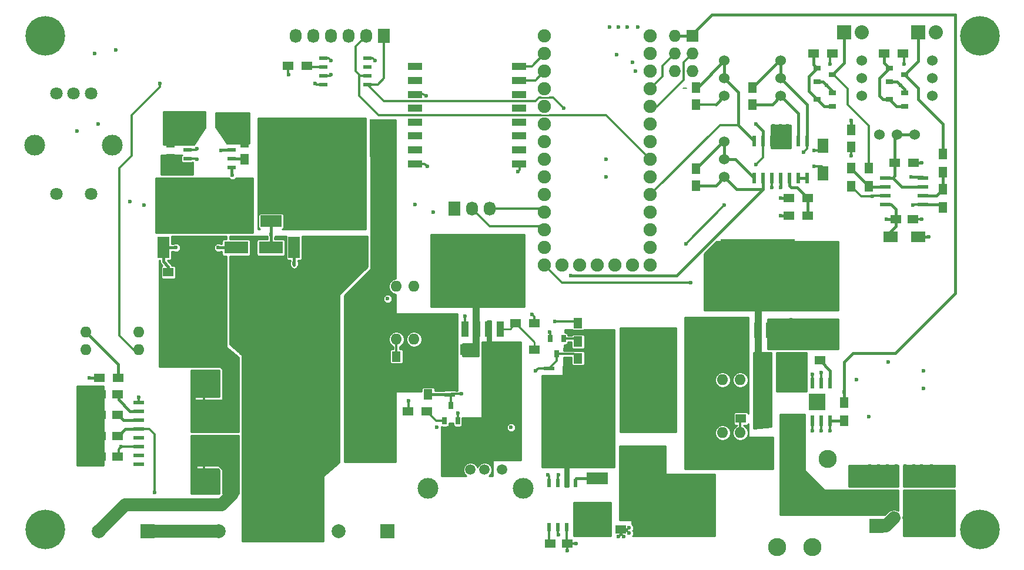
<source format=gtl>
G04 #@! TF.FileFunction,Copper,L1,Top,Signal*
%FSLAX46Y46*%
G04 Gerber Fmt 4.6, Leading zero omitted, Abs format (unit mm)*
G04 Created by KiCad (PCBNEW (2015-06-14 BZR 5748)-product) date Monday, August 03, 2015 'AMt' 10:40:36 AM*
%MOMM*%
G01*
G04 APERTURE LIST*
%ADD10C,0.100000*%
%ADD11R,2.032000X2.032000*%
%ADD12O,2.032000X2.032000*%
%ADD13R,2.000000X2.000000*%
%ADD14C,2.000000*%
%ADD15R,1.300000X1.300000*%
%ADD16C,1.300000*%
%ADD17R,1.250000X1.500000*%
%ADD18R,2.000000X1.600000*%
%ADD19R,1.500000X1.250000*%
%ADD20R,1.600000X2.000000*%
%ADD21R,3.500120X1.800860*%
%ADD22R,1.800860X3.500120*%
%ADD23R,3.599180X1.998980*%
%ADD24C,1.501140*%
%ADD25C,2.999740*%
%ADD26R,1.727200X1.727200*%
%ADD27O,1.727200X1.727200*%
%ADD28R,1.727200X2.032000*%
%ADD29O,1.727200X2.032000*%
%ADD30R,1.651000X3.048000*%
%ADD31R,6.096000X6.096000*%
%ADD32R,3.048000X1.651000*%
%ADD33R,1.550000X0.600000*%
%ADD34R,1.300000X1.500000*%
%ADD35R,1.500000X1.300000*%
%ADD36C,1.800000*%
%ADD37C,3.000000*%
%ADD38C,1.524000*%
%ADD39C,2.612000*%
%ADD40R,1.143000X0.508000*%
%ADD41R,1.066800X2.286000*%
%ADD42R,10.668000X8.890000*%
%ADD43R,2.000000X1.000000*%
%ADD44R,0.508000X1.143000*%
%ADD45O,1.600000X1.600000*%
%ADD46R,0.600000X1.500000*%
%ADD47R,0.600000X1.550000*%
%ADD48R,1.175000X1.175000*%
%ADD49C,1.900000*%
%ADD50R,1.500000X0.600000*%
%ADD51R,1.060000X0.650000*%
%ADD52R,0.650000X1.060000*%
%ADD53R,2.900680X5.400040*%
%ADD54C,5.700000*%
%ADD55C,1.500000*%
%ADD56C,0.838200*%
%ADD57C,0.600000*%
%ADD58C,0.203200*%
%ADD59C,0.304800*%
%ADD60C,0.406400*%
%ADD61C,1.828800*%
%ADD62C,0.228600*%
%ADD63C,0.250000*%
%ADD64C,0.609600*%
%ADD65C,0.812800*%
%ADD66C,0.254000*%
G04 APERTURE END LIST*
D10*
D11*
X238506000Y-23368000D03*
D12*
X241046000Y-23368000D03*
D13*
X138120000Y-95250000D03*
D14*
X131120000Y-95250000D03*
D15*
X167640000Y-83312000D03*
D16*
X162640000Y-83312000D03*
D15*
X167894000Y-61976000D03*
D16*
X162894000Y-61976000D03*
D15*
X167640000Y-72644000D03*
D16*
X162640000Y-72644000D03*
X151836000Y-69342000D03*
D15*
X148336000Y-69342000D03*
D16*
X151836000Y-60452000D03*
D15*
X148336000Y-60452000D03*
D17*
X141478000Y-39136000D03*
X141478000Y-41636000D03*
D18*
X188182000Y-69088000D03*
X184182000Y-69088000D03*
D16*
X213162000Y-79248000D03*
D15*
X216662000Y-79248000D03*
D16*
X213162000Y-70612000D03*
D15*
X216662000Y-70612000D03*
D17*
X225298000Y-33762000D03*
X225298000Y-31262000D03*
D19*
X196108000Y-97028000D03*
X198608000Y-97028000D03*
D16*
X207716000Y-68834000D03*
D15*
X204216000Y-68834000D03*
D16*
X207716000Y-77724000D03*
D15*
X204216000Y-77724000D03*
D20*
X219456000Y-66262000D03*
X219456000Y-62262000D03*
X232791000Y-66008000D03*
X232791000Y-62008000D03*
X235331000Y-66008000D03*
X235331000Y-62008000D03*
D18*
X230473000Y-74041000D03*
X226473000Y-74041000D03*
X230473000Y-79121000D03*
X226473000Y-79121000D03*
D19*
X245892000Y-50292000D03*
X248392000Y-50292000D03*
D17*
X217170000Y-33762000D03*
X217170000Y-31262000D03*
D18*
X245142000Y-52832000D03*
X249142000Y-52832000D03*
D17*
X239522000Y-39858000D03*
X239522000Y-37358000D03*
X217170000Y-45446000D03*
X217170000Y-42946000D03*
D21*
X144566640Y-35814000D03*
X149565360Y-35814000D03*
X155915360Y-54356000D03*
X150916640Y-54356000D03*
D22*
X167132000Y-54315360D03*
X167132000Y-49316640D03*
D21*
X207985360Y-84201000D03*
X202986640Y-84201000D03*
D23*
X217932000Y-84836000D03*
X217932000Y-94488000D03*
D24*
X189230860Y-86357880D03*
X186690860Y-86357880D03*
X184658860Y-86357880D03*
X182118860Y-86357880D03*
D25*
X192278860Y-89024880D03*
X178562860Y-89024880D03*
D11*
X249174000Y-23368000D03*
D12*
X251714000Y-23368000D03*
D26*
X216662000Y-23876000D03*
D27*
X214122000Y-23876000D03*
X216662000Y-26416000D03*
X214122000Y-26416000D03*
X216662000Y-28956000D03*
X214122000Y-28956000D03*
D28*
X172212000Y-23876000D03*
D29*
X169672000Y-23876000D03*
X167132000Y-23876000D03*
X164592000Y-23876000D03*
X162052000Y-23876000D03*
X159512000Y-23876000D03*
D30*
X140462000Y-54356000D03*
D31*
X142748000Y-48006000D03*
D30*
X145034000Y-54356000D03*
D32*
X155956000Y-50546000D03*
D31*
X149606000Y-48260000D03*
D32*
X155956000Y-45974000D03*
D33*
X195994000Y-75565000D03*
X195994000Y-74295000D03*
X195994000Y-73025000D03*
X195994000Y-71755000D03*
X190594000Y-71755000D03*
X190594000Y-73025000D03*
X190594000Y-74295000D03*
X190594000Y-75565000D03*
D32*
X202946000Y-87630000D03*
D31*
X209296000Y-89916000D03*
D32*
X202946000Y-92202000D03*
D34*
X178562000Y-72818000D03*
X178562000Y-75518000D03*
D35*
X143844000Y-57912000D03*
X141144000Y-57912000D03*
X178388000Y-77978000D03*
X175688000Y-77978000D03*
X191182000Y-69088000D03*
X193882000Y-69088000D03*
X191182000Y-65278000D03*
X193882000Y-65278000D03*
D34*
X200152000Y-70278000D03*
X200152000Y-72978000D03*
D35*
X131238000Y-73152000D03*
X133938000Y-73152000D03*
D34*
X200152000Y-65198000D03*
X200152000Y-67898000D03*
D35*
X203628000Y-94996000D03*
X206328000Y-94996000D03*
X244268000Y-26416000D03*
X246968000Y-26416000D03*
X234108000Y-26416000D03*
X236808000Y-26416000D03*
D34*
X238506000Y-76628000D03*
X238506000Y-79328000D03*
D35*
X232330000Y-70612000D03*
X235030000Y-70612000D03*
X248492000Y-42164000D03*
X245792000Y-42164000D03*
X220900000Y-78994000D03*
X223600000Y-78994000D03*
D34*
X252730000Y-40814000D03*
X252730000Y-43514000D03*
X242062000Y-42846000D03*
X242062000Y-45546000D03*
X252730000Y-45894000D03*
X252730000Y-48594000D03*
X239522000Y-45546000D03*
X239522000Y-42846000D03*
D35*
X158416000Y-28194000D03*
X161116000Y-28194000D03*
D34*
X173990000Y-72724000D03*
X173990000Y-70024000D03*
D36*
X130008000Y-46624000D03*
X130008000Y-32124000D03*
X127508000Y-32124000D03*
X125008000Y-32124000D03*
X125008000Y-46624000D03*
D37*
X121908000Y-39624000D03*
X133108000Y-39624000D03*
D38*
X229362000Y-29972000D03*
X229362000Y-27432000D03*
X229362000Y-32512000D03*
X251206000Y-29972000D03*
X251206000Y-27432000D03*
X251206000Y-32512000D03*
X241046000Y-29972000D03*
X241046000Y-27432000D03*
X241046000Y-32512000D03*
X221234000Y-29972000D03*
X221234000Y-27432000D03*
X221234000Y-32512000D03*
X246126000Y-38100000D03*
X243586000Y-38100000D03*
X248666000Y-38100000D03*
X221234000Y-41656000D03*
X221234000Y-39116000D03*
X221234000Y-44196000D03*
D39*
X226694000Y-84836000D03*
X231394000Y-84836000D03*
X236094000Y-84836000D03*
X228854000Y-97536000D03*
X233934000Y-97536000D03*
D40*
X150241000Y-38989000D03*
X150241000Y-40259000D03*
X150241000Y-41529000D03*
X150241000Y-42799000D03*
X143891000Y-42799000D03*
X143891000Y-41529000D03*
X143891000Y-40259000D03*
X143891000Y-38989000D03*
D41*
X182150400Y-66100000D03*
D42*
X185554000Y-57337000D03*
D41*
X185554000Y-66100000D03*
X183852200Y-66100000D03*
X187255800Y-66100000D03*
X188957600Y-66100000D03*
D43*
X191650000Y-42266000D03*
X191650000Y-40266000D03*
X191650000Y-38266000D03*
X191650000Y-36266000D03*
X191650000Y-34266000D03*
X191650000Y-32266000D03*
X191650000Y-30266000D03*
X191650000Y-28266000D03*
X176650000Y-42266000D03*
X176650000Y-40266000D03*
X176650000Y-38266000D03*
X176650000Y-36266000D03*
X176650000Y-34266000D03*
X176650000Y-32266000D03*
X176650000Y-30266000D03*
X176650000Y-28266000D03*
D44*
X199771000Y-94615000D03*
X198501000Y-94615000D03*
X197231000Y-94615000D03*
X195961000Y-94615000D03*
X195961000Y-88265000D03*
X197231000Y-88265000D03*
X198501000Y-88265000D03*
X199771000Y-88265000D03*
D45*
X129286000Y-66548000D03*
X129286000Y-69088000D03*
X136906000Y-69088000D03*
X136906000Y-66548000D03*
D46*
X233172000Y-38956000D03*
X231902000Y-38956000D03*
X230632000Y-38956000D03*
X229362000Y-38956000D03*
X228092000Y-38956000D03*
X226822000Y-38956000D03*
X225552000Y-38956000D03*
X225552000Y-44356000D03*
X226822000Y-44356000D03*
X228092000Y-44356000D03*
X229362000Y-44356000D03*
X230632000Y-44356000D03*
X231902000Y-44356000D03*
X233172000Y-44356000D03*
D41*
X222656400Y-66294000D03*
D42*
X226060000Y-57531000D03*
D41*
X226060000Y-66294000D03*
X224358200Y-66294000D03*
X227761800Y-66294000D03*
X229463600Y-66294000D03*
D47*
X236474000Y-73881000D03*
X235204000Y-73881000D03*
X233934000Y-73881000D03*
X232664000Y-73881000D03*
X232664000Y-79281000D03*
X233934000Y-79281000D03*
X235204000Y-79281000D03*
X236474000Y-79281000D03*
D48*
X233981500Y-77168500D03*
X235156500Y-77168500D03*
X233981500Y-75993500D03*
X235156500Y-75993500D03*
D33*
X249842000Y-48133000D03*
X249842000Y-46863000D03*
X249842000Y-45593000D03*
X249842000Y-44323000D03*
X244442000Y-44323000D03*
X244442000Y-45593000D03*
X244442000Y-46863000D03*
X244442000Y-48133000D03*
D45*
X223520000Y-81026000D03*
X220980000Y-81026000D03*
X220980000Y-73406000D03*
X223520000Y-73406000D03*
D40*
X163449000Y-30861000D03*
X163449000Y-29591000D03*
X163449000Y-28321000D03*
X163449000Y-27051000D03*
X169799000Y-27051000D03*
X169799000Y-28321000D03*
X169799000Y-29591000D03*
X169799000Y-30861000D03*
D49*
X195326000Y-26416000D03*
X195326000Y-28956000D03*
X195326000Y-31496000D03*
X195326000Y-34036000D03*
X195326000Y-36576000D03*
X195326000Y-39116000D03*
X195326000Y-41656000D03*
X195326000Y-44196000D03*
X195326000Y-46736000D03*
X195326000Y-49276000D03*
X195326000Y-51816000D03*
X195326000Y-54356000D03*
X195326000Y-56896000D03*
X210566000Y-56896000D03*
X210566000Y-54356000D03*
X210566000Y-51816000D03*
X210566000Y-49276000D03*
X210566000Y-46736000D03*
X210566000Y-44196000D03*
X210566000Y-41656000D03*
X210566000Y-39116000D03*
X210566000Y-36576000D03*
X210566000Y-34036000D03*
X210566000Y-31496000D03*
X210566000Y-28956000D03*
X210566000Y-26416000D03*
X210566000Y-23876000D03*
X195326000Y-23876000D03*
X197866000Y-56896000D03*
X200406000Y-56896000D03*
X202946000Y-56896000D03*
X205486000Y-56896000D03*
X208026000Y-56896000D03*
D45*
X173990000Y-67564000D03*
X176530000Y-67564000D03*
X176530000Y-59944000D03*
X173990000Y-59944000D03*
D28*
X182372000Y-48768000D03*
D29*
X184912000Y-48768000D03*
X187452000Y-48768000D03*
D50*
X146210000Y-85543000D03*
X146210000Y-84273000D03*
X146210000Y-83003000D03*
X146210000Y-81733000D03*
X146210000Y-80463000D03*
X146210000Y-79193000D03*
X146210000Y-77923000D03*
X146210000Y-76653000D03*
X136910000Y-76653000D03*
X136910000Y-77923000D03*
X136910000Y-79193000D03*
X136910000Y-80463000D03*
X136910000Y-81733000D03*
X136910000Y-83003000D03*
X136910000Y-84273000D03*
X136910000Y-85543000D03*
D13*
X155392000Y-95250000D03*
D14*
X148392000Y-95250000D03*
D13*
X243134000Y-94488000D03*
D14*
X250134000Y-94488000D03*
D51*
X247226000Y-33970000D03*
X245026000Y-33020000D03*
X247226000Y-32070000D03*
X245026000Y-28514000D03*
X247226000Y-29464000D03*
X245026000Y-30414000D03*
X234612000Y-28514000D03*
X236812000Y-29464000D03*
X234612000Y-30414000D03*
X236812000Y-33970000D03*
X234612000Y-33020000D03*
X236812000Y-32070000D03*
D35*
X230552000Y-49784000D03*
X233252000Y-49784000D03*
X233252000Y-47244000D03*
X230552000Y-47244000D03*
D13*
X172664000Y-95250000D03*
D14*
X165664000Y-95250000D03*
D52*
X180914000Y-79332000D03*
X181864000Y-77132000D03*
X182814000Y-79332000D03*
X198054000Y-67480000D03*
X197104000Y-69680000D03*
X196154000Y-67480000D03*
D19*
X133870000Y-84488000D03*
X131370000Y-84488000D03*
D17*
X152146000Y-39136000D03*
X152146000Y-41636000D03*
D19*
X133870000Y-81488000D03*
X131370000Y-81488000D03*
D20*
X235458000Y-43656000D03*
X235458000Y-39656000D03*
D19*
X133870000Y-75488000D03*
X131370000Y-75488000D03*
X133870000Y-78488000D03*
X131370000Y-78488000D03*
D53*
X161622740Y-38608000D03*
X171625260Y-38608000D03*
D30*
X159258000Y-54356000D03*
D31*
X161544000Y-48006000D03*
D30*
X163830000Y-54356000D03*
D33*
X181704000Y-71755000D03*
X181704000Y-73025000D03*
X181704000Y-74295000D03*
X181704000Y-75565000D03*
X187104000Y-75565000D03*
X187104000Y-74295000D03*
X187104000Y-73025000D03*
X187104000Y-71755000D03*
D54*
X123396240Y-23876000D03*
X123444000Y-94996000D03*
X258064000Y-94996000D03*
X258064000Y-23876000D03*
D55*
X247634000Y-93304000D03*
X245634000Y-93304000D03*
D56*
X234569000Y-76581000D03*
D57*
X128016000Y-37592000D03*
X135636000Y-47752000D03*
X130556000Y-26416000D03*
X234188000Y-42672000D03*
X208788000Y-22606000D03*
X207264000Y-22606000D03*
X205994000Y-22606000D03*
X204724000Y-22606000D03*
X178308000Y-32512000D03*
X178435000Y-42672000D03*
X236220000Y-68834000D03*
X236220000Y-67818000D03*
X235204000Y-67818000D03*
X235204000Y-68834000D03*
X234188000Y-68834000D03*
X234188000Y-67818000D03*
X233172000Y-67818000D03*
X233172000Y-68834000D03*
X232156000Y-68834000D03*
X232156000Y-67818000D03*
X230886000Y-64770000D03*
X230886000Y-65786000D03*
X230886000Y-66802000D03*
X230886000Y-67818000D03*
X230886000Y-68834000D03*
X229870000Y-68834000D03*
X228854000Y-68834000D03*
X227838000Y-68834000D03*
X227838000Y-67818000D03*
X228854000Y-67818000D03*
X229870000Y-67818000D03*
X204216000Y-44196000D03*
X204216000Y-41656000D03*
X162306000Y-30734000D03*
X158496000Y-29464000D03*
X229362000Y-49784000D03*
X229362000Y-45720000D03*
X235458000Y-44196000D03*
X235966000Y-30988000D03*
X246634000Y-30988000D03*
X244602000Y-50292000D03*
X249682000Y-42164000D03*
X134366000Y-83058000D03*
X249936000Y-74676000D03*
X131064000Y-36576000D03*
X137668000Y-48260000D03*
X133604000Y-25908000D03*
X234188000Y-40386000D03*
X208381600Y-28956000D03*
X205740000Y-26568400D03*
X191516000Y-43434000D03*
X179324000Y-49276000D03*
X219456000Y-55372000D03*
X219456000Y-57658000D03*
X219456000Y-59944000D03*
X170942000Y-27432000D03*
X164592000Y-29464000D03*
X164592000Y-27432000D03*
X208026000Y-27686000D03*
X228092000Y-45720000D03*
X176657000Y-48133000D03*
X179832000Y-80264000D03*
X190500000Y-80264000D03*
X229362000Y-47244000D03*
X235458000Y-39116000D03*
X239522000Y-36068000D03*
X248158000Y-44196000D03*
X250698000Y-52832000D03*
X199898000Y-97028000D03*
X242062000Y-78740000D03*
X240284000Y-73406000D03*
X244856000Y-70866000D03*
X249936000Y-72136000D03*
X136906000Y-75946000D03*
X129286000Y-76962000D03*
X129286000Y-75438000D03*
X129286000Y-80010000D03*
X129286000Y-78486000D03*
X129286000Y-84582000D03*
X129286000Y-83058000D03*
X129286000Y-81534000D03*
X193548000Y-64008000D03*
X233934000Y-72644000D03*
X233934000Y-80772000D03*
X228346000Y-37592000D03*
X228346000Y-36830000D03*
X229362000Y-36830000D03*
X229362000Y-37592000D03*
X230632000Y-37592000D03*
X230378000Y-36830000D03*
X235204000Y-54864000D03*
X232664000Y-54864000D03*
X232664000Y-57404000D03*
X235204000Y-57404000D03*
X235204000Y-59944000D03*
X232664000Y-59944000D03*
X226060000Y-64008000D03*
X226060000Y-62484000D03*
X226123500Y-68008500D03*
X249682000Y-50292000D03*
X185420000Y-68072000D03*
X185420000Y-62484000D03*
X185420000Y-64008000D03*
X140716000Y-42672000D03*
X141986000Y-42672000D03*
X143764000Y-43434000D03*
X141986000Y-43434000D03*
X140716000Y-43434000D03*
X182880000Y-78232000D03*
X196088000Y-66548000D03*
X227076000Y-75311000D03*
X225933000Y-75311000D03*
X225806000Y-77851000D03*
X227203000Y-77851000D03*
X225933000Y-76581000D03*
X227203000Y-76581000D03*
X159512000Y-58928000D03*
X162052000Y-58928000D03*
X164592000Y-58928000D03*
X164592000Y-61468000D03*
X162052000Y-61468000D03*
X159512000Y-61468000D03*
X156972000Y-61468000D03*
X154432000Y-61468000D03*
X151892000Y-61468000D03*
X151892000Y-64008000D03*
X154432000Y-64008000D03*
X156972000Y-64008000D03*
X159512000Y-64008000D03*
X162052000Y-64008000D03*
X162052000Y-66548000D03*
X159512000Y-66548000D03*
X156972000Y-66548000D03*
X154432000Y-66548000D03*
X151892000Y-66548000D03*
X162052000Y-56388000D03*
X162052000Y-53848000D03*
X164592000Y-56388000D03*
X167132000Y-56388000D03*
X156972000Y-56388000D03*
X154432000Y-56388000D03*
X151892000Y-56388000D03*
X154432000Y-69088000D03*
X156972000Y-69088000D03*
X159512000Y-69088000D03*
X162052000Y-69088000D03*
X162052000Y-71628000D03*
X159512000Y-71628000D03*
X156972000Y-71628000D03*
X154432000Y-71628000D03*
X164592000Y-71628000D03*
X164592000Y-69088000D03*
X164592000Y-66548000D03*
X164592000Y-64008000D03*
X164592000Y-74168000D03*
X162052000Y-74168000D03*
X159512000Y-74168000D03*
X156972000Y-74168000D03*
X154432000Y-74168000D03*
X154432000Y-76708000D03*
X156972000Y-76708000D03*
X159512000Y-76708000D03*
X162052000Y-76708000D03*
X162052000Y-79248000D03*
X164592000Y-79248000D03*
X164592000Y-76708000D03*
X198628000Y-98044000D03*
X205994000Y-96012000D03*
X206756000Y-96012000D03*
X207518000Y-94742000D03*
X207518000Y-95504000D03*
X197358000Y-87122000D03*
X197358000Y-95758000D03*
X159512000Y-79248000D03*
X156972000Y-79248000D03*
X154432000Y-79248000D03*
X154432000Y-81788000D03*
X156972000Y-81788000D03*
X159512000Y-81788000D03*
X162052000Y-81788000D03*
X164592000Y-81788000D03*
X159512000Y-84328000D03*
X156972000Y-84328000D03*
X154432000Y-84328000D03*
X154432000Y-86868000D03*
X156972000Y-86868000D03*
X159512000Y-86868000D03*
X162052000Y-86868000D03*
X162052000Y-89408000D03*
X159512000Y-89408000D03*
X156972000Y-89408000D03*
X154432000Y-89408000D03*
X159512000Y-94488000D03*
X162052000Y-94488000D03*
X162052000Y-91948000D03*
X159512000Y-91948000D03*
X156972000Y-91948000D03*
X154432000Y-91948000D03*
X156972000Y-94488000D03*
X212852000Y-76708000D03*
X212852000Y-74168000D03*
X210312000Y-74168000D03*
X207772000Y-74168000D03*
X207772000Y-76708000D03*
X210312000Y-76708000D03*
X207772000Y-79248000D03*
X210312000Y-79248000D03*
X210312000Y-71628000D03*
X207772000Y-71628000D03*
X210312000Y-69088000D03*
X207772000Y-66548000D03*
X210312000Y-66548000D03*
X212852000Y-66548000D03*
X212852000Y-69088000D03*
X149352000Y-77978000D03*
X150622000Y-77978000D03*
X150622000Y-76962000D03*
X149352000Y-76962000D03*
X149352000Y-75946000D03*
X150622000Y-75946000D03*
X146304000Y-75184000D03*
X143256000Y-37084000D03*
X142240000Y-37084000D03*
X141224000Y-37084000D03*
X141224000Y-38100000D03*
X142240000Y-38100000D03*
X143256000Y-38100000D03*
X145542000Y-56642000D03*
X145542000Y-57404000D03*
X145542000Y-58166000D03*
X146304000Y-58166000D03*
X146304000Y-57404000D03*
X146304000Y-56642000D03*
X139192000Y-89662000D03*
X172720000Y-61722000D03*
X139954000Y-30734000D03*
X232664000Y-40640000D03*
X150622000Y-86360000D03*
X149352000Y-86360000D03*
X149352000Y-85344000D03*
X150622000Y-85344000D03*
X150622000Y-84328000D03*
X149352000Y-84328000D03*
X146304000Y-86614000D03*
X144780000Y-84328000D03*
X144780000Y-85598000D03*
X144780000Y-81788000D03*
X144780000Y-83058000D03*
X129794000Y-73152000D03*
X241046000Y-86868000D03*
X242189000Y-85852000D03*
X243459000Y-85852000D03*
X244729000Y-85852000D03*
X245999000Y-85852000D03*
X241300000Y-89916000D03*
X240284000Y-89916000D03*
X239268000Y-89916000D03*
X239268000Y-90932000D03*
X240284000Y-90932000D03*
X241300000Y-90932000D03*
X241300000Y-91948000D03*
X240284000Y-91948000D03*
X239268000Y-91948000D03*
X215709500Y-53784500D03*
X221234000Y-48260000D03*
X225806000Y-42418000D03*
X225806000Y-36576000D03*
X239522000Y-41148000D03*
X199136000Y-58420000D03*
X148717000Y-40386000D03*
X155956000Y-52451000D03*
X148336000Y-54356000D03*
X142240000Y-54356000D03*
X198120000Y-34290000D03*
X194056000Y-72136000D03*
X195834000Y-87122000D03*
X175768000Y-76454000D03*
X196850000Y-65024000D03*
X247142000Y-27940000D03*
X236423200Y-27889200D03*
X236474000Y-80772000D03*
X248412000Y-48260000D03*
X242570000Y-46990000D03*
X145288000Y-41656000D03*
X145288000Y-40132000D03*
X216408000Y-59436000D03*
X235204000Y-72390000D03*
X235204000Y-80772000D03*
X247269000Y-85852000D03*
X248539000Y-85852000D03*
X249682000Y-85852000D03*
X251079000Y-85852000D03*
X252222000Y-86995000D03*
X251968000Y-89916000D03*
X252984000Y-89916000D03*
X254000000Y-89916000D03*
X254000000Y-90932000D03*
X252984000Y-90932000D03*
X251968000Y-90932000D03*
X251968000Y-91948000D03*
X252984000Y-91948000D03*
X254000000Y-91948000D03*
X190500000Y-77470000D03*
X186690000Y-78994000D03*
X230378000Y-70358000D03*
X238506000Y-75184000D03*
X183388000Y-75438000D03*
X183896000Y-64262000D03*
X159258000Y-56642000D03*
X150368000Y-43942000D03*
D58*
X215773000Y-31369000D02*
X215265000Y-31369000D01*
D59*
X235458000Y-42906000D02*
X235224000Y-42672000D01*
X235224000Y-42672000D02*
X234188000Y-42672000D01*
X133970000Y-84488000D02*
X134366000Y-84884000D01*
X176650000Y-32266000D02*
X176658000Y-32258000D01*
X176658000Y-32258000D02*
X177800000Y-32258000D01*
X177800000Y-32258000D02*
X178308000Y-32512000D01*
X176650000Y-42266000D02*
X178029000Y-42266000D01*
X178029000Y-42266000D02*
X178435000Y-42672000D01*
X232791000Y-66008000D02*
X232791000Y-67183000D01*
X235204000Y-67818000D02*
X236220000Y-67818000D01*
X234188000Y-68834000D02*
X235204000Y-68834000D01*
X233172000Y-67818000D02*
X234188000Y-67818000D01*
X232156000Y-68834000D02*
X233172000Y-68834000D01*
X232791000Y-67183000D02*
X232156000Y-67818000D01*
X229463600Y-66294000D02*
X229463600Y-66192400D01*
X229463600Y-66192400D02*
X230886000Y-64770000D01*
X230886000Y-65786000D02*
X230886000Y-66802000D01*
X230886000Y-67818000D02*
X230886000Y-68834000D01*
X229870000Y-68834000D02*
X228854000Y-68834000D01*
X227838000Y-68834000D02*
X227838000Y-67818000D01*
X228854000Y-67818000D02*
X229870000Y-67818000D01*
X163449000Y-30861000D02*
X162433000Y-30861000D01*
X162433000Y-30861000D02*
X162306000Y-30734000D01*
X158416000Y-28194000D02*
X158416000Y-29384000D01*
X158416000Y-29384000D02*
X158496000Y-29464000D01*
D60*
X230552000Y-49784000D02*
X229362000Y-49784000D01*
X235458000Y-42906000D02*
X235458000Y-44196000D01*
X229362000Y-45720000D02*
X229362000Y-44356000D01*
X245892000Y-50292000D02*
X244602000Y-50292000D01*
X249682000Y-42164000D02*
X248492000Y-42164000D01*
X236812000Y-31834000D02*
X235966000Y-30988000D01*
X234612000Y-30414000D02*
X235392000Y-30414000D01*
X235392000Y-30414000D02*
X235966000Y-30988000D01*
X245026000Y-30414000D02*
X246060000Y-30414000D01*
X246060000Y-30414000D02*
X246634000Y-30988000D01*
X236812000Y-31834000D02*
X235966000Y-30988000D01*
X246634000Y-30988000D02*
X247226000Y-31580000D01*
X247226000Y-31580000D02*
X247226000Y-32070000D01*
X245892000Y-48788000D02*
X245237000Y-48133000D01*
X245237000Y-48133000D02*
X244442000Y-48133000D01*
X245892000Y-50292000D02*
X245892000Y-48788000D01*
X245142000Y-52038000D02*
X245142000Y-52832000D01*
X245892000Y-51288000D02*
X245142000Y-52038000D01*
X245892000Y-50292000D02*
X245892000Y-51288000D01*
X237066000Y-32070000D02*
X236794000Y-32070000D01*
D59*
X236812000Y-31834000D02*
X235966000Y-30988000D01*
X236812000Y-32070000D02*
X236812000Y-31834000D01*
X133970000Y-84488000D02*
X133970000Y-83962000D01*
X133970000Y-83454000D02*
X134366000Y-83058000D01*
X134421000Y-83003000D02*
X136910000Y-83003000D01*
X134421000Y-83003000D02*
X134366000Y-83058000D01*
X133970000Y-84488000D02*
X133970000Y-83454000D01*
X235458000Y-40406000D02*
X235438000Y-40386000D01*
X235438000Y-40386000D02*
X234188000Y-40386000D01*
X191650000Y-42266000D02*
X191770000Y-42386000D01*
X191770000Y-42386000D02*
X191770000Y-43180000D01*
X191770000Y-43180000D02*
X191516000Y-43434000D01*
X219456000Y-62262000D02*
X219456000Y-59944000D01*
X219456000Y-57658000D02*
X219456000Y-55372000D01*
X169799000Y-27051000D02*
X170561000Y-27051000D01*
X170561000Y-27051000D02*
X170942000Y-27432000D01*
X163449000Y-27051000D02*
X164211000Y-27051000D01*
X164465000Y-29591000D02*
X163449000Y-29591000D01*
X164592000Y-29464000D02*
X164465000Y-29591000D01*
X164211000Y-27051000D02*
X164592000Y-27432000D01*
X228092000Y-44356000D02*
X228092000Y-45720000D01*
D60*
X230552000Y-47244000D02*
X229362000Y-47244000D01*
X235458000Y-40406000D02*
X235458000Y-39116000D01*
X239522000Y-37358000D02*
X239522000Y-36068000D01*
X249842000Y-44323000D02*
X249715000Y-44196000D01*
X249715000Y-44196000D02*
X248158000Y-44196000D01*
X249142000Y-52832000D02*
X250698000Y-52832000D01*
D59*
X198608000Y-97028000D02*
X199898000Y-97028000D01*
X198501000Y-96921000D02*
X198501000Y-94615000D01*
X198608000Y-97028000D02*
X198501000Y-96921000D01*
X136906000Y-76649000D02*
X136906000Y-75946000D01*
X136910000Y-76653000D02*
X136906000Y-76649000D01*
X129286000Y-78486000D02*
X131268000Y-78486000D01*
X129286000Y-78232000D02*
X129286000Y-78486000D01*
X129286000Y-76962000D02*
X129286000Y-78232000D01*
X131220000Y-75438000D02*
X129286000Y-75438000D01*
X131270000Y-75488000D02*
X131220000Y-75438000D01*
X129286000Y-81534000D02*
X131224000Y-81534000D01*
X129286000Y-80010000D02*
X129286000Y-81534000D01*
X131268000Y-78486000D02*
X129286000Y-78486000D01*
X131270000Y-78488000D02*
X131268000Y-78486000D01*
X129286000Y-83058000D02*
X129286000Y-84582000D01*
X131224000Y-81534000D02*
X129286000Y-81534000D01*
X131270000Y-81488000D02*
X131224000Y-81534000D01*
X131176000Y-84582000D02*
X129286000Y-84582000D01*
X131270000Y-84488000D02*
X131176000Y-84582000D01*
X193882000Y-64342000D02*
X193548000Y-64008000D01*
X193882000Y-65278000D02*
X193882000Y-64342000D01*
X226600000Y-79248000D02*
X226568000Y-79216000D01*
X226346000Y-73914000D02*
X226314000Y-73946000D01*
X233934000Y-73881000D02*
X233934000Y-72644000D01*
X233934000Y-79281000D02*
X233934000Y-80772000D01*
X228346000Y-37846000D02*
X228346000Y-37592000D01*
X228346000Y-36830000D02*
X229362000Y-36830000D01*
X229362000Y-37592000D02*
X230632000Y-37592000D01*
X228092000Y-38956000D02*
X228346000Y-37846000D01*
X232664000Y-57404000D02*
X232664000Y-54864000D01*
X235204000Y-59944000D02*
X235204000Y-57404000D01*
X232664000Y-61881000D02*
X232664000Y-59944000D01*
X232791000Y-62008000D02*
X232664000Y-61881000D01*
X226060000Y-66294000D02*
X226060000Y-64008000D01*
X226060000Y-66294000D02*
X226123500Y-68008500D01*
X248392000Y-50292000D02*
X249682000Y-50292000D01*
X185198000Y-68072000D02*
X185420000Y-68072000D01*
X184182000Y-69088000D02*
X185198000Y-68072000D01*
X185420000Y-57471000D02*
X185554000Y-57337000D01*
X185420000Y-62484000D02*
X185420000Y-57471000D01*
X185420000Y-65966000D02*
X185420000Y-64008000D01*
X185554000Y-66100000D02*
X185420000Y-65966000D01*
X143891000Y-42799000D02*
X143764000Y-42926000D01*
X141986000Y-42672000D02*
X142240000Y-42672000D01*
X143764000Y-42926000D02*
X143764000Y-43434000D01*
X141986000Y-43434000D02*
X140716000Y-43434000D01*
X140716000Y-43434000D02*
X140716000Y-42672000D01*
X182814000Y-78298000D02*
X182880000Y-78232000D01*
X182814000Y-79332000D02*
X182814000Y-78298000D01*
X196154000Y-66614000D02*
X196088000Y-66548000D01*
X196154000Y-67480000D02*
X196154000Y-66614000D01*
X226600000Y-78708000D02*
X226600000Y-79248000D01*
X226600000Y-79248000D02*
X226600000Y-78772000D01*
X226473000Y-74708000D02*
X227076000Y-75311000D01*
X226473000Y-74041000D02*
X226473000Y-74708000D01*
X226473000Y-74771000D02*
X225933000Y-75311000D01*
X226473000Y-74041000D02*
X226473000Y-74771000D01*
X226473000Y-78581000D02*
X226473000Y-79121000D01*
X227203000Y-77851000D02*
X226473000Y-78581000D01*
X226473000Y-78518000D02*
X225806000Y-77851000D01*
X226473000Y-79121000D02*
X226473000Y-78518000D01*
X226473000Y-77121000D02*
X225933000Y-76581000D01*
X226473000Y-79121000D02*
X226473000Y-77121000D01*
X151836000Y-58984000D02*
X151892000Y-58928000D01*
X159512000Y-58928000D02*
X162052000Y-58928000D01*
X164592000Y-58928000D02*
X164592000Y-61468000D01*
X162052000Y-61468000D02*
X159512000Y-61468000D01*
X156972000Y-61468000D02*
X154432000Y-61468000D01*
X151892000Y-61468000D02*
X151892000Y-64008000D01*
X154432000Y-64008000D02*
X156972000Y-64008000D01*
X159512000Y-64008000D02*
X162052000Y-64008000D01*
X162052000Y-66548000D02*
X159512000Y-66548000D01*
X156972000Y-66548000D02*
X154432000Y-66548000D01*
X151836000Y-60452000D02*
X151836000Y-58984000D01*
X162052000Y-53848000D02*
X164592000Y-56388000D01*
X159512000Y-58928000D02*
X162052000Y-56388000D01*
X167132000Y-54315360D02*
X167132000Y-56388000D01*
X156972000Y-56388000D02*
X154432000Y-56388000D01*
X151892000Y-56388000D02*
X151892000Y-58928000D01*
X154178000Y-69342000D02*
X154432000Y-69088000D01*
X156972000Y-69088000D02*
X159512000Y-69088000D01*
X162052000Y-69088000D02*
X162052000Y-71628000D01*
X159512000Y-71628000D02*
X156972000Y-71628000D01*
X151836000Y-69342000D02*
X154178000Y-69342000D01*
X163576000Y-72644000D02*
X164592000Y-71628000D01*
X164592000Y-69088000D02*
X164592000Y-66548000D01*
X162640000Y-72644000D02*
X163576000Y-72644000D01*
X162052000Y-74168000D02*
X159512000Y-74168000D01*
X156972000Y-74168000D02*
X154432000Y-74168000D01*
X154432000Y-76708000D02*
X156972000Y-76708000D01*
X159512000Y-76708000D02*
X162052000Y-76708000D01*
X162052000Y-79248000D02*
X164592000Y-79248000D01*
X163068000Y-72644000D02*
X164592000Y-74168000D01*
X162640000Y-72644000D02*
X163068000Y-72644000D01*
X198608000Y-98024000D02*
X198628000Y-98044000D01*
X198608000Y-97028000D02*
X198608000Y-98024000D01*
X206328000Y-95678000D02*
X205994000Y-96012000D01*
X206756000Y-96012000D02*
X206328000Y-95584000D01*
X206328000Y-94996000D02*
X206328000Y-95678000D01*
X207264000Y-94996000D02*
X207518000Y-94742000D01*
X207518000Y-95504000D02*
X207010000Y-94996000D01*
X206328000Y-94996000D02*
X207264000Y-94996000D01*
X197231000Y-87249000D02*
X197358000Y-87122000D01*
X197231000Y-88265000D02*
X197231000Y-87249000D01*
X197231000Y-95631000D02*
X197358000Y-95758000D01*
X197231000Y-94615000D02*
X197231000Y-95631000D01*
X154432000Y-79248000D02*
X156972000Y-79248000D01*
X156972000Y-81788000D02*
X154432000Y-81788000D01*
X162052000Y-81788000D02*
X159512000Y-81788000D01*
X163068000Y-83312000D02*
X164592000Y-81788000D01*
X162640000Y-83312000D02*
X163068000Y-83312000D01*
X160528000Y-83312000D02*
X159512000Y-84328000D01*
X156972000Y-84328000D02*
X154432000Y-84328000D01*
X154432000Y-86868000D02*
X156972000Y-86868000D01*
X159512000Y-86868000D02*
X162052000Y-86868000D01*
X162052000Y-89408000D02*
X159512000Y-89408000D01*
X156972000Y-89408000D02*
X154432000Y-89408000D01*
X162640000Y-83312000D02*
X160528000Y-83312000D01*
X159512000Y-94488000D02*
X156972000Y-94488000D01*
X162052000Y-91948000D02*
X162052000Y-94488000D01*
X156972000Y-91948000D02*
X159512000Y-91948000D01*
X154432000Y-89408000D02*
X154432000Y-91948000D01*
X210312000Y-74168000D02*
X212852000Y-74168000D01*
X207772000Y-76708000D02*
X207772000Y-74168000D01*
X210622000Y-76708000D02*
X210312000Y-76708000D01*
X213162000Y-79248000D02*
X210622000Y-76708000D01*
X207716000Y-79192000D02*
X207772000Y-79248000D01*
X210312000Y-79248000D02*
X213162000Y-79248000D01*
X207716000Y-77724000D02*
X207716000Y-79192000D01*
X207772000Y-71628000D02*
X210312000Y-69088000D01*
X207772000Y-66548000D02*
X210312000Y-66548000D01*
X212852000Y-66548000D02*
X212852000Y-69088000D01*
X210312000Y-74168000D02*
X210312000Y-71628000D01*
D61*
X244450000Y-94488000D02*
X245634000Y-93304000D01*
X243134000Y-94488000D02*
X244450000Y-94488000D01*
D59*
X146210000Y-77923000D02*
X146265000Y-77978000D01*
X146265000Y-77978000D02*
X149352000Y-77978000D01*
X150622000Y-77978000D02*
X150622000Y-76962000D01*
X149352000Y-76962000D02*
X149352000Y-75946000D01*
X146210000Y-76653000D02*
X146304000Y-76559000D01*
X146304000Y-76559000D02*
X146304000Y-75184000D01*
X143891000Y-38989000D02*
X143256000Y-38354000D01*
X141224000Y-37084000D02*
X142240000Y-37084000D01*
X142240000Y-38100000D02*
X141224000Y-38100000D01*
X143256000Y-38354000D02*
X143256000Y-38100000D01*
D60*
X144566640Y-35814000D02*
X144566640Y-36535360D01*
X143891000Y-38862000D02*
X143891000Y-38989000D01*
X145034000Y-54356000D02*
X145415000Y-54356000D01*
X143891000Y-38989000D02*
X141625000Y-38989000D01*
X141625000Y-38989000D02*
X141478000Y-39136000D01*
X144566640Y-36535360D02*
X143891000Y-37211000D01*
X143891000Y-37211000D02*
X143891000Y-38989000D01*
D59*
X145034000Y-56134000D02*
X145542000Y-56642000D01*
X145542000Y-57404000D02*
X145542000Y-58166000D01*
X146304000Y-58166000D02*
X146304000Y-57404000D01*
X145034000Y-54356000D02*
X145034000Y-56134000D01*
D60*
X150241000Y-38989000D02*
X152099000Y-38989000D01*
X152099000Y-38989000D02*
X152146000Y-39036000D01*
X150241000Y-38989000D02*
X150241000Y-36489640D01*
X150241000Y-41529000D02*
X151939000Y-41529000D01*
X151939000Y-41529000D02*
X152146000Y-41736000D01*
X133970000Y-81488000D02*
X134940000Y-80518000D01*
X134940000Y-80518000D02*
X135382000Y-80518000D01*
X135437000Y-80463000D02*
X136910000Y-80463000D01*
X135382000Y-80518000D02*
X135437000Y-80463000D01*
D59*
X138375000Y-80463000D02*
X139192000Y-81280000D01*
X139192000Y-81280000D02*
X139192000Y-89662000D01*
X136910000Y-80463000D02*
X138375000Y-80463000D01*
D60*
X231902000Y-38956000D02*
X231902000Y-35052000D01*
X231902000Y-35052000D02*
X229362000Y-32512000D01*
X229362000Y-32512000D02*
X228112000Y-33762000D01*
X228112000Y-33762000D02*
X225298000Y-33762000D01*
X225532000Y-33762000D02*
X225298000Y-33762000D01*
D59*
X138684000Y-32512000D02*
X138684000Y-32512000D01*
X138430000Y-32766000D02*
X138684000Y-32512000D01*
X134112000Y-67056000D02*
X134112000Y-42926000D01*
X134112000Y-42926000D02*
X135890000Y-41148000D01*
X135890000Y-41148000D02*
X135890000Y-35306000D01*
X135890000Y-35306000D02*
X138430000Y-32766000D01*
X136144000Y-69088000D02*
X134112000Y-67056000D01*
X136906000Y-69088000D02*
X136144000Y-69088000D01*
X139954000Y-30734000D02*
X139954000Y-31242000D01*
X139954000Y-31242000D02*
X138430000Y-32766000D01*
X233172000Y-40132000D02*
X233172000Y-38956000D01*
X232664000Y-40640000D02*
X233172000Y-40132000D01*
D60*
X233172000Y-38956000D02*
X233172000Y-33782000D01*
X233172000Y-33782000D02*
X229362000Y-29972000D01*
X225298000Y-31262000D02*
X229128000Y-27432000D01*
X229128000Y-27432000D02*
X229362000Y-27432000D01*
X229362000Y-29972000D02*
X229362000Y-27432000D01*
D59*
X195961000Y-96881000D02*
X195961000Y-94615000D01*
X196108000Y-97028000D02*
X195961000Y-96881000D01*
X146210000Y-84273000D02*
X146265000Y-84328000D01*
X146265000Y-84328000D02*
X149352000Y-84328000D01*
X149352000Y-85344000D02*
X149352000Y-86360000D01*
X150622000Y-84328000D02*
X150622000Y-85344000D01*
X146210000Y-85543000D02*
X146409000Y-85344000D01*
X146210000Y-85543000D02*
X146304000Y-85637000D01*
X146304000Y-85637000D02*
X146304000Y-86614000D01*
X146210000Y-84273000D02*
X146155000Y-84328000D01*
X146155000Y-84328000D02*
X144780000Y-84328000D01*
X144780000Y-85598000D02*
X146155000Y-85598000D01*
X146155000Y-85598000D02*
X146210000Y-85543000D01*
X146210000Y-81733000D02*
X146155000Y-81788000D01*
X146155000Y-81788000D02*
X144780000Y-81788000D01*
X144780000Y-83058000D02*
X146155000Y-83058000D01*
X146155000Y-83058000D02*
X146210000Y-83003000D01*
D60*
X131238000Y-73152000D02*
X129794000Y-73152000D01*
D61*
X134930000Y-91440000D02*
X148844000Y-91440000D01*
X148844000Y-91440000D02*
X150368000Y-89916000D01*
X150368000Y-89916000D02*
X150368000Y-86614000D01*
X131120000Y-95250000D02*
X134930000Y-91440000D01*
D59*
X242189000Y-85852000D02*
X243459000Y-85852000D01*
X244729000Y-85852000D02*
X245999000Y-85852000D01*
X241300000Y-89916000D02*
X240284000Y-89916000D01*
X239268000Y-89916000D02*
X239268000Y-90932000D01*
X240284000Y-90932000D02*
X241300000Y-90932000D01*
X241300000Y-91948000D02*
X240284000Y-91948000D01*
X226822000Y-38956000D02*
X226822000Y-41402000D01*
X221234000Y-48260000D02*
X215709500Y-53784500D01*
X226822000Y-41402000D02*
X225806000Y-42418000D01*
D60*
X226822000Y-37592000D02*
X226822000Y-38956000D01*
X225806000Y-36576000D02*
X226822000Y-37592000D01*
D59*
X217170000Y-33762000D02*
X219984000Y-33762000D01*
D60*
X219984000Y-33762000D02*
X221234000Y-32512000D01*
D59*
X210566000Y-46736000D02*
X220632000Y-36670000D01*
X220632000Y-36670000D02*
X223266000Y-36670000D01*
D60*
X221234000Y-29972000D02*
X223266000Y-32004000D01*
X223266000Y-36670000D02*
X223346000Y-36750000D01*
X223346000Y-36750000D02*
X225552000Y-38956000D01*
X223266000Y-32004000D02*
X223266000Y-36670000D01*
X217170000Y-31262000D02*
X217404000Y-31262000D01*
X217404000Y-31262000D02*
X221234000Y-27432000D01*
X221234000Y-29972000D02*
X221234000Y-27432000D01*
D59*
X239522000Y-39858000D02*
X239522000Y-41148000D01*
D60*
X246761000Y-45593000D02*
X245491000Y-44323000D01*
X245491000Y-44323000D02*
X244442000Y-44323000D01*
X249842000Y-45593000D02*
X246761000Y-45593000D01*
X245792000Y-44022000D02*
X245491000Y-44323000D01*
X245792000Y-42164000D02*
X245792000Y-44022000D01*
X245792000Y-38434000D02*
X246126000Y-38100000D01*
X245792000Y-42164000D02*
X245792000Y-38434000D01*
X248666000Y-38100000D02*
X246126000Y-38100000D01*
X221234000Y-44196000D02*
X223012000Y-45974000D01*
X223012000Y-45974000D02*
X226822000Y-45974000D01*
X199136000Y-58420000D02*
X214122000Y-58420000D01*
X214122000Y-58420000D02*
X214376000Y-58420000D01*
X214376000Y-58420000D02*
X226822000Y-45974000D01*
X226822000Y-45974000D02*
X226822000Y-44356000D01*
X217170000Y-45446000D02*
X219984000Y-45446000D01*
X219984000Y-45446000D02*
X221234000Y-44196000D01*
X217170000Y-42946000D02*
X221000000Y-39116000D01*
X221000000Y-39116000D02*
X221234000Y-39116000D01*
X221234000Y-39116000D02*
X221234000Y-41656000D01*
X225552000Y-44356000D02*
X222852000Y-41656000D01*
X222852000Y-41656000D02*
X221234000Y-41656000D01*
X155956000Y-50546000D02*
X155956000Y-52451000D01*
X155915360Y-54356000D02*
X155915360Y-52491640D01*
X148844000Y-40259000D02*
X150241000Y-40259000D01*
X148717000Y-40386000D02*
X148844000Y-40259000D01*
X155915360Y-52491640D02*
X155956000Y-52451000D01*
D59*
X155915360Y-54356000D02*
X155956000Y-54315360D01*
D60*
X140462000Y-54356000D02*
X142240000Y-54356000D01*
X148336000Y-54356000D02*
X150916640Y-54356000D01*
X141144000Y-57912000D02*
X141144000Y-57070000D01*
X140462000Y-56388000D02*
X140462000Y-54356000D01*
X141144000Y-57070000D02*
X140462000Y-56388000D01*
D61*
X138120000Y-95250000D02*
X148392000Y-95250000D01*
D60*
X252730000Y-40814000D02*
X252730000Y-36576000D01*
X249174000Y-31412000D02*
X247226000Y-29464000D01*
X249174000Y-33020000D02*
X249174000Y-31412000D01*
X252730000Y-36576000D02*
X249174000Y-33020000D01*
X249174000Y-27516000D02*
X247226000Y-29464000D01*
X249174000Y-23368000D02*
X249174000Y-27516000D01*
X236812000Y-29464000D02*
X238506000Y-27770000D01*
X238506000Y-27770000D02*
X238506000Y-23368000D01*
D59*
X239014000Y-31496000D02*
X239014000Y-33782000D01*
X239014000Y-33782000D02*
X242062000Y-36830000D01*
X242062000Y-36830000D02*
X242062000Y-42846000D01*
X236982000Y-29464000D02*
X239014000Y-31496000D01*
X236812000Y-29464000D02*
X236982000Y-29464000D01*
X187452000Y-48768000D02*
X194818000Y-48768000D01*
X194818000Y-48768000D02*
X195326000Y-49276000D01*
X195326000Y-51816000D02*
X194818000Y-51308000D01*
X194818000Y-51308000D02*
X187452000Y-51308000D01*
X187452000Y-51308000D02*
X184912000Y-48768000D01*
X210566000Y-34036000D02*
X211582000Y-34036000D01*
X215392000Y-27686000D02*
X216662000Y-26416000D01*
X215392000Y-30226000D02*
X215392000Y-27686000D01*
X211582000Y-34036000D02*
X215392000Y-30226000D01*
X210566000Y-31496000D02*
X212344000Y-29718000D01*
X212344000Y-28194000D02*
X214122000Y-26416000D01*
X212344000Y-29718000D02*
X212344000Y-28194000D01*
X171323000Y-30861000D02*
X172212000Y-29972000D01*
X172212000Y-29972000D02*
X172212000Y-23876000D01*
X169799000Y-30861000D02*
X171323000Y-30861000D01*
X179070000Y-33274000D02*
X179324000Y-33274000D01*
X172212000Y-33274000D02*
X179070000Y-33274000D01*
X169799000Y-30861000D02*
X172212000Y-33274000D01*
X198120000Y-34290000D02*
X196596000Y-32766000D01*
X196596000Y-32766000D02*
X196088000Y-32766000D01*
D62*
X196088000Y-32766000D02*
X195834000Y-32766000D01*
D59*
X193548000Y-33274000D02*
X179070000Y-33274000D01*
X194564000Y-32766000D02*
X194818000Y-32766000D01*
X194056000Y-33274000D02*
X194564000Y-32766000D01*
X193548000Y-33274000D02*
X194056000Y-33274000D01*
D62*
X195834000Y-32766000D02*
X194818000Y-32766000D01*
D59*
X169799000Y-29591000D02*
X168783000Y-29591000D01*
X168148000Y-25400000D02*
X169672000Y-23876000D01*
X168148000Y-28956000D02*
X168148000Y-25400000D01*
X168656000Y-29464000D02*
X168148000Y-28956000D01*
X168783000Y-29591000D02*
X168656000Y-29464000D01*
X204216000Y-35306000D02*
X210566000Y-41656000D01*
D62*
X196088000Y-35306000D02*
X194818000Y-35306000D01*
D59*
X168656000Y-29464000D02*
X168656000Y-32512000D01*
X171450000Y-35306000D02*
X179324000Y-35306000D01*
X168656000Y-32512000D02*
X171450000Y-35306000D01*
X194818000Y-35306000D02*
X179324000Y-35306000D01*
X196088000Y-35306000D02*
X204216000Y-35306000D01*
X179742000Y-79332000D02*
X178388000Y-77978000D01*
X180914000Y-79332000D02*
X179742000Y-79332000D01*
X195961000Y-88265000D02*
X195961000Y-87249000D01*
X194437000Y-71755000D02*
X195994000Y-71755000D01*
X194056000Y-72136000D02*
X194437000Y-71755000D01*
X195961000Y-87249000D02*
X195834000Y-87122000D01*
X197104000Y-70645000D02*
X195994000Y-71755000D01*
X197104000Y-69680000D02*
X197104000Y-70645000D01*
X199554000Y-69680000D02*
X200152000Y-70278000D01*
X197104000Y-69680000D02*
X199554000Y-69680000D01*
D60*
X199771000Y-88265000D02*
X199771000Y-87757000D01*
X199771000Y-87757000D02*
X199898000Y-87630000D01*
X199898000Y-87630000D02*
X202946000Y-87630000D01*
D59*
X199734000Y-67480000D02*
X200152000Y-67898000D01*
X198054000Y-67480000D02*
X199734000Y-67480000D01*
D60*
X247226000Y-33970000D02*
X245976000Y-33970000D01*
X245976000Y-33970000D02*
X245026000Y-33020000D01*
X245026000Y-33020000D02*
X244094000Y-33020000D01*
X243586000Y-29954000D02*
X245026000Y-28514000D01*
X243586000Y-32512000D02*
X243586000Y-29954000D01*
X244094000Y-33020000D02*
X243586000Y-32512000D01*
X244268000Y-27756000D02*
X244268000Y-26416000D01*
X245026000Y-28514000D02*
X244268000Y-27756000D01*
X234612000Y-33020000D02*
X235562000Y-33970000D01*
X235562000Y-33970000D02*
X236812000Y-33970000D01*
X234108000Y-28010000D02*
X234612000Y-28514000D01*
X234108000Y-26416000D02*
X234108000Y-28010000D01*
X233426000Y-29700000D02*
X233426000Y-31834000D01*
X234612000Y-28514000D02*
X233426000Y-29700000D01*
X233426000Y-31834000D02*
X234612000Y-33020000D01*
D59*
X175768000Y-76454000D02*
X175768000Y-77898000D01*
X175768000Y-77898000D02*
X175688000Y-77978000D01*
D58*
X175768000Y-78058000D02*
X175688000Y-77978000D01*
D59*
X175768000Y-77898000D02*
X175688000Y-77978000D01*
D63*
X193882000Y-69088000D02*
X193882000Y-67978000D01*
X193882000Y-67978000D02*
X191182000Y-65278000D01*
X188957600Y-66100000D02*
X190360000Y-66100000D01*
X190360000Y-66100000D02*
X191182000Y-65278000D01*
D60*
X129286000Y-66548000D02*
X133938000Y-71200000D01*
X133938000Y-71200000D02*
X133938000Y-73152000D01*
D59*
X196850000Y-65024000D02*
X199644000Y-65024000D01*
X199644000Y-65024000D02*
X199724000Y-64944000D01*
D58*
X199724000Y-64944000D02*
X199724000Y-64944000D01*
D59*
X247142000Y-27940000D02*
X247142000Y-26590000D01*
X247142000Y-26590000D02*
X246968000Y-26416000D01*
X236423200Y-27889200D02*
X236423200Y-26800800D01*
X236423200Y-26800800D02*
X236808000Y-26416000D01*
D60*
X236808000Y-26416000D02*
X236474000Y-26750000D01*
D59*
X236474000Y-80772000D02*
X236474000Y-79281000D01*
D60*
X236474000Y-79281000D02*
X238459000Y-79281000D01*
X238459000Y-79281000D02*
X238506000Y-79328000D01*
X236474000Y-73881000D02*
X236474000Y-72056000D01*
X236474000Y-72056000D02*
X235030000Y-70612000D01*
D59*
X223520000Y-79074000D02*
X223600000Y-78994000D01*
X223520000Y-81026000D02*
X223520000Y-79074000D01*
D60*
X252730000Y-45894000D02*
X252730000Y-43514000D01*
X251761000Y-46863000D02*
X252730000Y-45894000D01*
X252730000Y-45894000D02*
X252730000Y-46054000D01*
X249842000Y-46863000D02*
X251761000Y-46863000D01*
X239522000Y-43006000D02*
X239522000Y-42846000D01*
X242109000Y-45593000D02*
X239522000Y-43006000D01*
X244442000Y-45593000D02*
X242109000Y-45593000D01*
D59*
X249842000Y-48133000D02*
X248539000Y-48133000D01*
X248539000Y-48133000D02*
X248412000Y-48260000D01*
D60*
X252269000Y-48133000D02*
X252730000Y-48594000D01*
X249842000Y-48133000D02*
X252269000Y-48133000D01*
D59*
X239522000Y-45546000D02*
X240966000Y-46990000D01*
X240966000Y-46990000D02*
X242570000Y-46990000D01*
X242697000Y-46863000D02*
X244442000Y-46863000D01*
X242570000Y-46990000D02*
X242697000Y-46863000D01*
X239776000Y-45800000D02*
X239522000Y-45546000D01*
X161116000Y-28194000D02*
X161243000Y-28321000D01*
X161243000Y-28321000D02*
X163449000Y-28321000D01*
X173990000Y-70024000D02*
X173990000Y-67564000D01*
X143891000Y-41529000D02*
X145161000Y-41529000D01*
X145161000Y-41529000D02*
X145288000Y-41656000D01*
X143891000Y-40259000D02*
X145161000Y-40259000D01*
X145161000Y-40259000D02*
X145288000Y-40132000D01*
X191650000Y-30266000D02*
X194016000Y-30266000D01*
X194016000Y-30266000D02*
X195326000Y-28956000D01*
X191650000Y-28266000D02*
X193476000Y-28266000D01*
X193476000Y-28266000D02*
X195326000Y-26416000D01*
D60*
X233172000Y-44356000D02*
X231902000Y-44356000D01*
D59*
X235204000Y-73881000D02*
X235204000Y-72390000D01*
X197866000Y-59436000D02*
X195326000Y-56896000D01*
X198120000Y-59436000D02*
X197866000Y-59436000D01*
X216408000Y-59436000D02*
X198120000Y-59436000D01*
X235204000Y-80772000D02*
X235204000Y-79281000D01*
D60*
X136910000Y-77923000D02*
X135623000Y-77923000D01*
X133970000Y-76270000D02*
X133970000Y-75488000D01*
X135623000Y-77923000D02*
X133970000Y-76270000D01*
X136910000Y-79193000D02*
X134675000Y-79193000D01*
X134675000Y-79193000D02*
X133970000Y-78488000D01*
D59*
X247269000Y-85852000D02*
X248539000Y-85852000D01*
X249682000Y-85852000D02*
X251079000Y-85852000D01*
X252222000Y-86995000D02*
X252222000Y-86868000D01*
X251968000Y-89916000D02*
X252984000Y-89916000D01*
X254000000Y-89916000D02*
X254000000Y-90932000D01*
X252984000Y-90932000D02*
X251968000Y-90932000D01*
X251968000Y-91948000D02*
X252984000Y-91948000D01*
D60*
X187254000Y-75748000D02*
X187254000Y-75505000D01*
D64*
X190594000Y-77376000D02*
X190594000Y-75565000D01*
X190500000Y-77470000D02*
X190594000Y-77376000D01*
D60*
X232330000Y-70612000D02*
X232076000Y-70358000D01*
X232076000Y-70358000D02*
X230378000Y-70358000D01*
X232664000Y-73881000D02*
X232631000Y-73914000D01*
X232631000Y-73914000D02*
X230346000Y-73914000D01*
D65*
X230378000Y-70358000D02*
X230346000Y-70390000D01*
D60*
X190119000Y-71755000D02*
X190594000Y-71755000D01*
X238506000Y-76628000D02*
X238506000Y-75184000D01*
D65*
X230346000Y-70390000D02*
X230346000Y-73914000D01*
D60*
X214122000Y-23876000D02*
X216662000Y-23876000D01*
X216662000Y-23876000D02*
X216662000Y-23622000D01*
X238506000Y-70866000D02*
X238506000Y-76628000D01*
X216662000Y-23622000D02*
X219456000Y-20828000D01*
X239776000Y-69596000D02*
X238760000Y-70612000D01*
X245872000Y-69596000D02*
X239776000Y-69596000D01*
X254508000Y-60960000D02*
X245872000Y-69596000D01*
X254508000Y-20828000D02*
X254508000Y-60960000D01*
X219456000Y-20828000D02*
X254508000Y-20828000D01*
X238760000Y-70612000D02*
X238506000Y-70866000D01*
X233252000Y-49784000D02*
X233252000Y-47244000D01*
X230632000Y-44356000D02*
X230632000Y-45466000D01*
X231728000Y-45720000D02*
X233252000Y-47244000D01*
X230886000Y-45720000D02*
X231728000Y-45720000D01*
X230632000Y-45466000D02*
X230886000Y-45720000D01*
D58*
X183852200Y-66100000D02*
X184277000Y-66524800D01*
D60*
X181854000Y-75505000D02*
X178575000Y-75505000D01*
X178575000Y-75505000D02*
X178562000Y-75518000D01*
D59*
X183896000Y-66056200D02*
X183852200Y-66100000D01*
X183896000Y-64262000D02*
X183896000Y-66056200D01*
X181921000Y-75438000D02*
X183388000Y-75438000D01*
X181854000Y-75505000D02*
X181921000Y-75438000D01*
X181864000Y-75515000D02*
X181854000Y-75505000D01*
X181864000Y-77132000D02*
X181864000Y-75515000D01*
D60*
X159258000Y-54356000D02*
X159258000Y-56896000D01*
X159258000Y-56896000D02*
X159258000Y-56642000D01*
X150368000Y-43942000D02*
X150241000Y-43815000D01*
X150241000Y-43815000D02*
X150241000Y-42799000D01*
D66*
G36*
X153289000Y-52197000D02*
X139319000Y-52197000D01*
X139319000Y-44323000D01*
X149862396Y-44323000D01*
X150012369Y-44473235D01*
X150242735Y-44568891D01*
X150492171Y-44569109D01*
X150722703Y-44473855D01*
X150873822Y-44323000D01*
X153289000Y-44323000D01*
X153289000Y-52197000D01*
X153289000Y-52197000D01*
G37*
X153289000Y-52197000D02*
X139319000Y-52197000D01*
X139319000Y-44323000D01*
X149862396Y-44323000D01*
X150012369Y-44473235D01*
X150242735Y-44568891D01*
X150492171Y-44569109D01*
X150722703Y-44473855D01*
X150873822Y-44323000D01*
X153289000Y-44323000D01*
X153289000Y-52197000D01*
G36*
X214249000Y-80899000D02*
X206248000Y-80899000D01*
X206248000Y-65913000D01*
X214249000Y-65913000D01*
X214249000Y-80899000D01*
X214249000Y-80899000D01*
G37*
X214249000Y-80899000D02*
X206248000Y-80899000D01*
X206248000Y-65913000D01*
X214249000Y-65913000D01*
X214249000Y-80899000D01*
G36*
X204851000Y-95885000D02*
X199517000Y-95885000D01*
X199517000Y-91059000D01*
X204851000Y-91059000D01*
X204851000Y-95885000D01*
X204851000Y-95885000D01*
G37*
X204851000Y-95885000D02*
X199517000Y-95885000D01*
X199517000Y-91059000D01*
X204851000Y-91059000D01*
X204851000Y-95885000D01*
G36*
X205359000Y-85979000D02*
X198882000Y-85979000D01*
X198833399Y-85988667D01*
X198792197Y-86016197D01*
X198764667Y-86057399D01*
X198755000Y-86106000D01*
X198755000Y-88773000D01*
X198247000Y-88773000D01*
X198247000Y-86106000D01*
X198237333Y-86057399D01*
X198209803Y-86016197D01*
X198168601Y-85988667D01*
X198120000Y-85979000D01*
X194945000Y-85979000D01*
X194945000Y-72771000D01*
X197866000Y-72771000D01*
X197887954Y-72766633D01*
X197910056Y-72763114D01*
X197912169Y-72761816D01*
X197914601Y-72761333D01*
X197933212Y-72748897D01*
X197952285Y-72737188D01*
X197953740Y-72735181D01*
X197955803Y-72733803D01*
X197968240Y-72715189D01*
X197981378Y-72697075D01*
X197981954Y-72694663D01*
X197983333Y-72692601D01*
X197987700Y-72670642D01*
X197992906Y-72648881D01*
X198088655Y-70159400D01*
X199168594Y-70159400D01*
X199168594Y-71028000D01*
X199192785Y-71152684D01*
X199264771Y-71262270D01*
X199373445Y-71335625D01*
X199502000Y-71361406D01*
X200802000Y-71361406D01*
X200926684Y-71337215D01*
X201036270Y-71265229D01*
X201109625Y-71156555D01*
X201135406Y-71028000D01*
X201135406Y-69528000D01*
X201111215Y-69403316D01*
X201039229Y-69293730D01*
X200930555Y-69220375D01*
X200802000Y-69194594D01*
X199502000Y-69194594D01*
X199471044Y-69200600D01*
X198125532Y-69200600D01*
X198158501Y-68343406D01*
X198379000Y-68343406D01*
X198503684Y-68319215D01*
X198613270Y-68247229D01*
X198686625Y-68138555D01*
X198712406Y-68010000D01*
X198712406Y-67959400D01*
X199168594Y-67959400D01*
X199168594Y-68648000D01*
X199192785Y-68772684D01*
X199264771Y-68882270D01*
X199373445Y-68955625D01*
X199502000Y-68981406D01*
X200802000Y-68981406D01*
X200926684Y-68957215D01*
X201036270Y-68885229D01*
X201109625Y-68776555D01*
X201135406Y-68648000D01*
X201135406Y-67148000D01*
X201111215Y-67023316D01*
X201039229Y-66913730D01*
X200930555Y-66840375D01*
X200802000Y-66814594D01*
X199502000Y-66814594D01*
X199377316Y-66838785D01*
X199267730Y-66910771D01*
X199207095Y-67000600D01*
X198712406Y-67000600D01*
X198712406Y-66950000D01*
X198688215Y-66825316D01*
X198616229Y-66715730D01*
X198507555Y-66642375D01*
X198379000Y-66616594D01*
X198224917Y-66616594D01*
X198242209Y-66167000D01*
X199254740Y-66167000D01*
X199264771Y-66182270D01*
X199373445Y-66255625D01*
X199502000Y-66281406D01*
X200802000Y-66281406D01*
X200926684Y-66257215D01*
X201036270Y-66185229D01*
X201048575Y-66167000D01*
X205359000Y-66167000D01*
X205359000Y-85979000D01*
X205359000Y-85979000D01*
G37*
X205359000Y-85979000D02*
X198882000Y-85979000D01*
X198833399Y-85988667D01*
X198792197Y-86016197D01*
X198764667Y-86057399D01*
X198755000Y-86106000D01*
X198755000Y-88773000D01*
X198247000Y-88773000D01*
X198247000Y-86106000D01*
X198237333Y-86057399D01*
X198209803Y-86016197D01*
X198168601Y-85988667D01*
X198120000Y-85979000D01*
X194945000Y-85979000D01*
X194945000Y-72771000D01*
X197866000Y-72771000D01*
X197887954Y-72766633D01*
X197910056Y-72763114D01*
X197912169Y-72761816D01*
X197914601Y-72761333D01*
X197933212Y-72748897D01*
X197952285Y-72737188D01*
X197953740Y-72735181D01*
X197955803Y-72733803D01*
X197968240Y-72715189D01*
X197981378Y-72697075D01*
X197981954Y-72694663D01*
X197983333Y-72692601D01*
X197987700Y-72670642D01*
X197992906Y-72648881D01*
X198088655Y-70159400D01*
X199168594Y-70159400D01*
X199168594Y-71028000D01*
X199192785Y-71152684D01*
X199264771Y-71262270D01*
X199373445Y-71335625D01*
X199502000Y-71361406D01*
X200802000Y-71361406D01*
X200926684Y-71337215D01*
X201036270Y-71265229D01*
X201109625Y-71156555D01*
X201135406Y-71028000D01*
X201135406Y-69528000D01*
X201111215Y-69403316D01*
X201039229Y-69293730D01*
X200930555Y-69220375D01*
X200802000Y-69194594D01*
X199502000Y-69194594D01*
X199471044Y-69200600D01*
X198125532Y-69200600D01*
X198158501Y-68343406D01*
X198379000Y-68343406D01*
X198503684Y-68319215D01*
X198613270Y-68247229D01*
X198686625Y-68138555D01*
X198712406Y-68010000D01*
X198712406Y-67959400D01*
X199168594Y-67959400D01*
X199168594Y-68648000D01*
X199192785Y-68772684D01*
X199264771Y-68882270D01*
X199373445Y-68955625D01*
X199502000Y-68981406D01*
X200802000Y-68981406D01*
X200926684Y-68957215D01*
X201036270Y-68885229D01*
X201109625Y-68776555D01*
X201135406Y-68648000D01*
X201135406Y-67148000D01*
X201111215Y-67023316D01*
X201039229Y-66913730D01*
X200930555Y-66840375D01*
X200802000Y-66814594D01*
X199502000Y-66814594D01*
X199377316Y-66838785D01*
X199267730Y-66910771D01*
X199207095Y-67000600D01*
X198712406Y-67000600D01*
X198712406Y-66950000D01*
X198688215Y-66825316D01*
X198616229Y-66715730D01*
X198507555Y-66642375D01*
X198379000Y-66616594D01*
X198224917Y-66616594D01*
X198242209Y-66167000D01*
X199254740Y-66167000D01*
X199264771Y-66182270D01*
X199373445Y-66255625D01*
X199502000Y-66281406D01*
X200802000Y-66281406D01*
X200926684Y-66257215D01*
X201036270Y-66185229D01*
X201048575Y-66167000D01*
X205359000Y-66167000D01*
X205359000Y-85979000D01*
G36*
X212725000Y-86868000D02*
X212734667Y-86916601D01*
X212762197Y-86957803D01*
X212803399Y-86985333D01*
X212852000Y-86995000D01*
X219837000Y-86995000D01*
X219837000Y-95885000D01*
X208023822Y-95885000D01*
X208049235Y-95859631D01*
X208144891Y-95629265D01*
X208145109Y-95379829D01*
X208049855Y-95149297D01*
X208023713Y-95123109D01*
X208049235Y-95097631D01*
X208144891Y-94867265D01*
X208145109Y-94617829D01*
X208049855Y-94387297D01*
X207899000Y-94236178D01*
X207899000Y-93726000D01*
X207889333Y-93677399D01*
X207861803Y-93636197D01*
X207820601Y-93608667D01*
X207772000Y-93599000D01*
X206121000Y-93599000D01*
X206121000Y-82931000D01*
X212725000Y-82931000D01*
X212725000Y-86868000D01*
X212725000Y-86868000D01*
G37*
X212725000Y-86868000D02*
X212734667Y-86916601D01*
X212762197Y-86957803D01*
X212803399Y-86985333D01*
X212852000Y-86995000D01*
X219837000Y-86995000D01*
X219837000Y-95885000D01*
X208023822Y-95885000D01*
X208049235Y-95859631D01*
X208144891Y-95629265D01*
X208145109Y-95379829D01*
X208049855Y-95149297D01*
X208023713Y-95123109D01*
X208049235Y-95097631D01*
X208144891Y-94867265D01*
X208145109Y-94617829D01*
X208049855Y-94387297D01*
X207899000Y-94236178D01*
X207899000Y-93726000D01*
X207889333Y-93677399D01*
X207861803Y-93636197D01*
X207820601Y-93608667D01*
X207772000Y-93599000D01*
X206121000Y-93599000D01*
X206121000Y-82931000D01*
X212725000Y-82931000D01*
X212725000Y-86868000D01*
G36*
X233045000Y-75057000D02*
X228727000Y-75057000D01*
X228727000Y-69469000D01*
X233045000Y-69469000D01*
X233045000Y-75057000D01*
X233045000Y-75057000D01*
G37*
X233045000Y-75057000D02*
X228727000Y-75057000D01*
X228727000Y-69469000D01*
X233045000Y-69469000D01*
X233045000Y-75057000D01*
G36*
X232791000Y-86359994D02*
X232790999Y-86360000D01*
X232800667Y-86408601D01*
X232828197Y-86449803D01*
X235622194Y-89243799D01*
X235622197Y-89243803D01*
X235622198Y-89243803D01*
X235663399Y-89271333D01*
X235712000Y-89281001D01*
X235712000Y-89281000D01*
X246253000Y-89281000D01*
X246253000Y-92253272D01*
X246109063Y-92157096D01*
X245634000Y-92062600D01*
X245158937Y-92157096D01*
X244756198Y-92426198D01*
X244345396Y-92837000D01*
X229235000Y-92837000D01*
X229235000Y-78359000D01*
X232791000Y-78359000D01*
X232791000Y-86359994D01*
X232791000Y-86359994D01*
G37*
X232791000Y-86359994D02*
X232790999Y-86360000D01*
X232800667Y-86408601D01*
X232828197Y-86449803D01*
X235622194Y-89243799D01*
X235622197Y-89243803D01*
X235622198Y-89243803D01*
X235663399Y-89271333D01*
X235712000Y-89281001D01*
X235712000Y-89281000D01*
X246253000Y-89281000D01*
X246253000Y-92253272D01*
X246109063Y-92157096D01*
X245634000Y-92062600D01*
X245158937Y-92157096D01*
X244756198Y-92426198D01*
X244345396Y-92837000D01*
X229235000Y-92837000D01*
X229235000Y-78359000D01*
X232791000Y-78359000D01*
X232791000Y-86359994D01*
G36*
X146431000Y-37046352D02*
X144838078Y-39497000D01*
X140462000Y-39497000D01*
X140462000Y-34798000D01*
X146431000Y-34798000D01*
X146431000Y-37046352D01*
X146431000Y-37046352D01*
G37*
X146431000Y-37046352D02*
X144838078Y-39497000D01*
X140462000Y-39497000D01*
X140462000Y-34798000D01*
X146431000Y-34798000D01*
X146431000Y-37046352D01*
G36*
X152781000Y-39370000D02*
X149547921Y-39370000D01*
X147955000Y-36919352D01*
X147955000Y-34925000D01*
X152781000Y-34925000D01*
X152781000Y-39370000D01*
X152781000Y-39370000D01*
G37*
X152781000Y-39370000D02*
X149547921Y-39370000D01*
X147955000Y-36919352D01*
X147955000Y-34925000D01*
X152781000Y-34925000D01*
X152781000Y-39370000D01*
G36*
X173863000Y-58820183D02*
X173863000Y-58820183D01*
X173558716Y-58880709D01*
X173193091Y-59125012D01*
X172948788Y-59490637D01*
X172863000Y-59921921D01*
X172863000Y-59966079D01*
X172948788Y-60397363D01*
X173193091Y-60762988D01*
X173558716Y-61007291D01*
X173863000Y-61067817D01*
X173863000Y-63754000D01*
X173872667Y-63802601D01*
X173900197Y-63843803D01*
X173941399Y-63871333D01*
X173990000Y-63881000D01*
X182753000Y-63881000D01*
X182753000Y-74958600D01*
X182609370Y-74958600D01*
X182607555Y-74957375D01*
X182479000Y-74931594D01*
X180929000Y-74931594D01*
X180804316Y-74955785D01*
X180775369Y-74974800D01*
X179545406Y-74974800D01*
X179545406Y-74768000D01*
X179521215Y-74643316D01*
X179449229Y-74533730D01*
X179340555Y-74460375D01*
X179212000Y-74434594D01*
X177912000Y-74434594D01*
X177787316Y-74458785D01*
X177677730Y-74530771D01*
X177604375Y-74639445D01*
X177578594Y-74768000D01*
X177578594Y-75057000D01*
X173990000Y-75057000D01*
X173941399Y-75066667D01*
X173900197Y-75094197D01*
X173872667Y-75135399D01*
X173863000Y-75184000D01*
X173863000Y-85217000D01*
X166497000Y-85217000D01*
X166497000Y-66414921D01*
X173990000Y-66414921D01*
X173558716Y-66500709D01*
X173193091Y-66745012D01*
X172948788Y-67110637D01*
X172863000Y-67541921D01*
X172863000Y-67586079D01*
X172948788Y-68017363D01*
X173193091Y-68382988D01*
X173510600Y-68595141D01*
X173510600Y-68940594D01*
X173340000Y-68940594D01*
X173215316Y-68964785D01*
X173105730Y-69036771D01*
X173032375Y-69145445D01*
X173006594Y-69274000D01*
X173006594Y-70774000D01*
X173030785Y-70898684D01*
X173102771Y-71008270D01*
X173211445Y-71081625D01*
X173340000Y-71107406D01*
X174640000Y-71107406D01*
X174764684Y-71083215D01*
X174874270Y-71011229D01*
X174947625Y-70902555D01*
X174973406Y-70774000D01*
X174973406Y-69274000D01*
X174949215Y-69149316D01*
X174877229Y-69039730D01*
X174768555Y-68966375D01*
X174640000Y-68940594D01*
X174469400Y-68940594D01*
X174469400Y-68595141D01*
X174786909Y-68382988D01*
X175031212Y-68017363D01*
X175117000Y-67586079D01*
X175117000Y-67541921D01*
X175031212Y-67110637D01*
X174786909Y-66745012D01*
X174421284Y-66500709D01*
X173990000Y-66414921D01*
X176530000Y-66414921D01*
X176098716Y-66500709D01*
X175733091Y-66745012D01*
X175488788Y-67110637D01*
X175403000Y-67541921D01*
X175403000Y-67586079D01*
X175488788Y-68017363D01*
X175733091Y-68382988D01*
X176098716Y-68627291D01*
X176530000Y-68713079D01*
X176961284Y-68627291D01*
X177326909Y-68382988D01*
X177571212Y-68017363D01*
X177657000Y-67586079D01*
X177657000Y-67541921D01*
X177571212Y-67110637D01*
X177326909Y-66745012D01*
X176961284Y-66500709D01*
X176530000Y-66414921D01*
X173990000Y-66414921D01*
X173990000Y-66414921D01*
X166497000Y-66414921D01*
X166497000Y-61266605D01*
X166668713Y-61094891D01*
X172595829Y-61094891D01*
X172365297Y-61190145D01*
X172188765Y-61366369D01*
X172093109Y-61596735D01*
X172092891Y-61846171D01*
X172188145Y-62076703D01*
X172364369Y-62253235D01*
X172594735Y-62348891D01*
X172844171Y-62349109D01*
X173074703Y-62253855D01*
X173251235Y-62077631D01*
X173346891Y-61847265D01*
X173347109Y-61597829D01*
X173251855Y-61367297D01*
X173075631Y-61190765D01*
X172845265Y-61095109D01*
X172595829Y-61094891D01*
X166668713Y-61094891D01*
X170269799Y-57493805D01*
X170269803Y-57493803D01*
X170269803Y-57493802D01*
X170297333Y-57452601D01*
X170307000Y-57404000D01*
X170307001Y-57404000D01*
X170307000Y-57403994D01*
X170307000Y-35941000D01*
X173863000Y-35941000D01*
X173863000Y-58820183D01*
X173863000Y-58820183D01*
G37*
X173863000Y-58820183D02*
X173863000Y-58820183D01*
X173558716Y-58880709D01*
X173193091Y-59125012D01*
X172948788Y-59490637D01*
X172863000Y-59921921D01*
X172863000Y-59966079D01*
X172948788Y-60397363D01*
X173193091Y-60762988D01*
X173558716Y-61007291D01*
X173863000Y-61067817D01*
X173863000Y-63754000D01*
X173872667Y-63802601D01*
X173900197Y-63843803D01*
X173941399Y-63871333D01*
X173990000Y-63881000D01*
X182753000Y-63881000D01*
X182753000Y-74958600D01*
X182609370Y-74958600D01*
X182607555Y-74957375D01*
X182479000Y-74931594D01*
X180929000Y-74931594D01*
X180804316Y-74955785D01*
X180775369Y-74974800D01*
X179545406Y-74974800D01*
X179545406Y-74768000D01*
X179521215Y-74643316D01*
X179449229Y-74533730D01*
X179340555Y-74460375D01*
X179212000Y-74434594D01*
X177912000Y-74434594D01*
X177787316Y-74458785D01*
X177677730Y-74530771D01*
X177604375Y-74639445D01*
X177578594Y-74768000D01*
X177578594Y-75057000D01*
X173990000Y-75057000D01*
X173941399Y-75066667D01*
X173900197Y-75094197D01*
X173872667Y-75135399D01*
X173863000Y-75184000D01*
X173863000Y-85217000D01*
X166497000Y-85217000D01*
X166497000Y-66414921D01*
X173990000Y-66414921D01*
X173558716Y-66500709D01*
X173193091Y-66745012D01*
X172948788Y-67110637D01*
X172863000Y-67541921D01*
X172863000Y-67586079D01*
X172948788Y-68017363D01*
X173193091Y-68382988D01*
X173510600Y-68595141D01*
X173510600Y-68940594D01*
X173340000Y-68940594D01*
X173215316Y-68964785D01*
X173105730Y-69036771D01*
X173032375Y-69145445D01*
X173006594Y-69274000D01*
X173006594Y-70774000D01*
X173030785Y-70898684D01*
X173102771Y-71008270D01*
X173211445Y-71081625D01*
X173340000Y-71107406D01*
X174640000Y-71107406D01*
X174764684Y-71083215D01*
X174874270Y-71011229D01*
X174947625Y-70902555D01*
X174973406Y-70774000D01*
X174973406Y-69274000D01*
X174949215Y-69149316D01*
X174877229Y-69039730D01*
X174768555Y-68966375D01*
X174640000Y-68940594D01*
X174469400Y-68940594D01*
X174469400Y-68595141D01*
X174786909Y-68382988D01*
X175031212Y-68017363D01*
X175117000Y-67586079D01*
X175117000Y-67541921D01*
X175031212Y-67110637D01*
X174786909Y-66745012D01*
X174421284Y-66500709D01*
X173990000Y-66414921D01*
X176530000Y-66414921D01*
X176098716Y-66500709D01*
X175733091Y-66745012D01*
X175488788Y-67110637D01*
X175403000Y-67541921D01*
X175403000Y-67586079D01*
X175488788Y-68017363D01*
X175733091Y-68382988D01*
X176098716Y-68627291D01*
X176530000Y-68713079D01*
X176961284Y-68627291D01*
X177326909Y-68382988D01*
X177571212Y-68017363D01*
X177657000Y-67586079D01*
X177657000Y-67541921D01*
X177571212Y-67110637D01*
X177326909Y-66745012D01*
X176961284Y-66500709D01*
X176530000Y-66414921D01*
X173990000Y-66414921D01*
X173990000Y-66414921D01*
X166497000Y-66414921D01*
X166497000Y-61266605D01*
X166668713Y-61094891D01*
X172595829Y-61094891D01*
X172365297Y-61190145D01*
X172188765Y-61366369D01*
X172093109Y-61596735D01*
X172092891Y-61846171D01*
X172188145Y-62076703D01*
X172364369Y-62253235D01*
X172594735Y-62348891D01*
X172844171Y-62349109D01*
X173074703Y-62253855D01*
X173251235Y-62077631D01*
X173346891Y-61847265D01*
X173347109Y-61597829D01*
X173251855Y-61367297D01*
X173075631Y-61190765D01*
X172845265Y-61095109D01*
X172595829Y-61094891D01*
X166668713Y-61094891D01*
X170269799Y-57493805D01*
X170269803Y-57493803D01*
X170269803Y-57493802D01*
X170297333Y-57452601D01*
X170307000Y-57404000D01*
X170307001Y-57404000D01*
X170307000Y-57403994D01*
X170307000Y-35941000D01*
X173863000Y-35941000D01*
X173863000Y-58820183D01*
G36*
X224663000Y-78238824D02*
X224663000Y-78238824D01*
X224659215Y-78219316D01*
X224587229Y-78109730D01*
X224478555Y-78036375D01*
X224350000Y-78010594D01*
X222850000Y-78010594D01*
X222725316Y-78034785D01*
X222615730Y-78106771D01*
X222542375Y-78215445D01*
X222516594Y-78344000D01*
X222516594Y-79644000D01*
X222540785Y-79768684D01*
X222612771Y-79878270D01*
X222721445Y-79951625D01*
X222850000Y-79977406D01*
X223040600Y-79977406D01*
X223040600Y-79994859D01*
X222723091Y-80207012D01*
X222478788Y-80572637D01*
X222393000Y-81003921D01*
X222393000Y-81048079D01*
X222478788Y-81479363D01*
X222723091Y-81844988D01*
X223088716Y-82089291D01*
X223520000Y-82175079D01*
X223951284Y-82089291D01*
X224316909Y-81844988D01*
X224561212Y-81479363D01*
X224647000Y-81048079D01*
X224647000Y-81003921D01*
X224561212Y-80572637D01*
X224316909Y-80207012D01*
X223999400Y-79994859D01*
X223999400Y-79977406D01*
X224350000Y-79977406D01*
X224474684Y-79953215D01*
X224584270Y-79881229D01*
X224657625Y-79772555D01*
X224663000Y-79745753D01*
X224663000Y-81534000D01*
X224672667Y-81582601D01*
X224700197Y-81623803D01*
X224741399Y-81651333D01*
X224790000Y-81661000D01*
X228219000Y-81661000D01*
X228219000Y-86233000D01*
X215519000Y-86233000D01*
X215519000Y-79876921D01*
X220980000Y-79876921D01*
X220548716Y-79962709D01*
X220183091Y-80207012D01*
X219938788Y-80572637D01*
X219853000Y-81003921D01*
X219853000Y-81048079D01*
X219938788Y-81479363D01*
X220183091Y-81844988D01*
X220548716Y-82089291D01*
X220980000Y-82175079D01*
X221411284Y-82089291D01*
X221776909Y-81844988D01*
X222021212Y-81479363D01*
X222107000Y-81048079D01*
X222107000Y-81003921D01*
X222021212Y-80572637D01*
X221776909Y-80207012D01*
X221411284Y-79962709D01*
X220980000Y-79876921D01*
X215519000Y-79876921D01*
X215519000Y-72256921D01*
X220980000Y-72256921D01*
X220548716Y-72342709D01*
X220183091Y-72587012D01*
X219938788Y-72952637D01*
X219853000Y-73383921D01*
X219853000Y-73428079D01*
X219938788Y-73859363D01*
X220183091Y-74224988D01*
X220548716Y-74469291D01*
X220980000Y-74555079D01*
X221411284Y-74469291D01*
X221776909Y-74224988D01*
X222021212Y-73859363D01*
X222107000Y-73428079D01*
X222107000Y-73383921D01*
X222021212Y-72952637D01*
X221776909Y-72587012D01*
X221411284Y-72342709D01*
X220980000Y-72256921D01*
X223520000Y-72256921D01*
X223088716Y-72342709D01*
X222723091Y-72587012D01*
X222478788Y-72952637D01*
X222393000Y-73383921D01*
X222393000Y-73428079D01*
X222478788Y-73859363D01*
X222723091Y-74224988D01*
X223088716Y-74469291D01*
X223520000Y-74555079D01*
X223951284Y-74469291D01*
X224316909Y-74224988D01*
X224561212Y-73859363D01*
X224647000Y-73428079D01*
X224647000Y-73383921D01*
X224561212Y-72952637D01*
X224316909Y-72587012D01*
X223951284Y-72342709D01*
X223520000Y-72256921D01*
X220980000Y-72256921D01*
X220980000Y-72256921D01*
X215519000Y-72256921D01*
X215519000Y-64389000D01*
X224663000Y-64389000D01*
X224663000Y-78238824D01*
X224663000Y-78238824D01*
G37*
X224663000Y-78238824D02*
X224663000Y-78238824D01*
X224659215Y-78219316D01*
X224587229Y-78109730D01*
X224478555Y-78036375D01*
X224350000Y-78010594D01*
X222850000Y-78010594D01*
X222725316Y-78034785D01*
X222615730Y-78106771D01*
X222542375Y-78215445D01*
X222516594Y-78344000D01*
X222516594Y-79644000D01*
X222540785Y-79768684D01*
X222612771Y-79878270D01*
X222721445Y-79951625D01*
X222850000Y-79977406D01*
X223040600Y-79977406D01*
X223040600Y-79994859D01*
X222723091Y-80207012D01*
X222478788Y-80572637D01*
X222393000Y-81003921D01*
X222393000Y-81048079D01*
X222478788Y-81479363D01*
X222723091Y-81844988D01*
X223088716Y-82089291D01*
X223520000Y-82175079D01*
X223951284Y-82089291D01*
X224316909Y-81844988D01*
X224561212Y-81479363D01*
X224647000Y-81048079D01*
X224647000Y-81003921D01*
X224561212Y-80572637D01*
X224316909Y-80207012D01*
X223999400Y-79994859D01*
X223999400Y-79977406D01*
X224350000Y-79977406D01*
X224474684Y-79953215D01*
X224584270Y-79881229D01*
X224657625Y-79772555D01*
X224663000Y-79745753D01*
X224663000Y-81534000D01*
X224672667Y-81582601D01*
X224700197Y-81623803D01*
X224741399Y-81651333D01*
X224790000Y-81661000D01*
X228219000Y-81661000D01*
X228219000Y-86233000D01*
X215519000Y-86233000D01*
X215519000Y-79876921D01*
X220980000Y-79876921D01*
X220548716Y-79962709D01*
X220183091Y-80207012D01*
X219938788Y-80572637D01*
X219853000Y-81003921D01*
X219853000Y-81048079D01*
X219938788Y-81479363D01*
X220183091Y-81844988D01*
X220548716Y-82089291D01*
X220980000Y-82175079D01*
X221411284Y-82089291D01*
X221776909Y-81844988D01*
X222021212Y-81479363D01*
X222107000Y-81048079D01*
X222107000Y-81003921D01*
X222021212Y-80572637D01*
X221776909Y-80207012D01*
X221411284Y-79962709D01*
X220980000Y-79876921D01*
X215519000Y-79876921D01*
X215519000Y-72256921D01*
X220980000Y-72256921D01*
X220548716Y-72342709D01*
X220183091Y-72587012D01*
X219938788Y-72952637D01*
X219853000Y-73383921D01*
X219853000Y-73428079D01*
X219938788Y-73859363D01*
X220183091Y-74224988D01*
X220548716Y-74469291D01*
X220980000Y-74555079D01*
X221411284Y-74469291D01*
X221776909Y-74224988D01*
X222021212Y-73859363D01*
X222107000Y-73428079D01*
X222107000Y-73383921D01*
X222021212Y-72952637D01*
X221776909Y-72587012D01*
X221411284Y-72342709D01*
X220980000Y-72256921D01*
X223520000Y-72256921D01*
X223088716Y-72342709D01*
X222723091Y-72587012D01*
X222478788Y-72952637D01*
X222393000Y-73383921D01*
X222393000Y-73428079D01*
X222478788Y-73859363D01*
X222723091Y-74224988D01*
X223088716Y-74469291D01*
X223520000Y-74555079D01*
X223951284Y-74469291D01*
X224316909Y-74224988D01*
X224561212Y-73859363D01*
X224647000Y-73428079D01*
X224647000Y-73383921D01*
X224561212Y-72952637D01*
X224316909Y-72587012D01*
X223951284Y-72342709D01*
X223520000Y-72256921D01*
X220980000Y-72256921D01*
X220980000Y-72256921D01*
X215519000Y-72256921D01*
X215519000Y-64389000D01*
X224663000Y-64389000D01*
X224663000Y-78238824D01*
G36*
X187579000Y-67818000D02*
X187579000Y-67818000D01*
X187588667Y-67866601D01*
X187616197Y-67907803D01*
X187657399Y-67935333D01*
X187706000Y-67945000D01*
X191897000Y-67945000D01*
X191897000Y-84963000D01*
X187960000Y-84963000D01*
X187911399Y-84972667D01*
X187870197Y-85000197D01*
X187842667Y-85041399D01*
X187833000Y-85090000D01*
X187833000Y-87249000D01*
X187323429Y-87249000D01*
X187603847Y-86969071D01*
X187768243Y-86573162D01*
X187768617Y-86144478D01*
X187604912Y-85748283D01*
X187302051Y-85444893D01*
X186906142Y-85280497D01*
X186477458Y-85280123D01*
X186081263Y-85443828D01*
X185777873Y-85746689D01*
X185674810Y-85994893D01*
X185572912Y-85748283D01*
X185270051Y-85444893D01*
X184874142Y-85280497D01*
X184445458Y-85280123D01*
X184049263Y-85443828D01*
X183745873Y-85746689D01*
X183581477Y-86142598D01*
X183581103Y-86571282D01*
X183744808Y-86967477D01*
X184025840Y-87249000D01*
X180467000Y-87249000D01*
X180467000Y-80170940D01*
X180589000Y-80195406D01*
X181239000Y-80195406D01*
X181363684Y-80171215D01*
X181473270Y-80099229D01*
X181546625Y-79990555D01*
X181572406Y-79862000D01*
X181572406Y-79629000D01*
X182118000Y-79629000D01*
X182155594Y-79621522D01*
X182155594Y-79862000D01*
X182179785Y-79986684D01*
X182251771Y-80096270D01*
X182360445Y-80169625D01*
X182489000Y-80195406D01*
X183139000Y-80195406D01*
X183263684Y-80171215D01*
X183373270Y-80099229D01*
X183446625Y-79990555D01*
X183472406Y-79862000D01*
X183472406Y-79636891D01*
X190375829Y-79636891D01*
X190145297Y-79732145D01*
X189968765Y-79908369D01*
X189873109Y-80138735D01*
X189872891Y-80388171D01*
X189968145Y-80618703D01*
X190144369Y-80795235D01*
X190374735Y-80890891D01*
X190624171Y-80891109D01*
X190854703Y-80795855D01*
X191031235Y-80619631D01*
X191126891Y-80389265D01*
X191127109Y-80139829D01*
X191031855Y-79909297D01*
X190855631Y-79732765D01*
X190625265Y-79637109D01*
X190375829Y-79636891D01*
X183472406Y-79636891D01*
X183472406Y-78867000D01*
X186182000Y-78867000D01*
X186230601Y-78857333D01*
X186271803Y-78829803D01*
X186299333Y-78788601D01*
X186309000Y-78740000D01*
X186309000Y-67945000D01*
X186944000Y-67945000D01*
X186992601Y-67935333D01*
X187033803Y-67907803D01*
X187061333Y-67866601D01*
X187071000Y-67818000D01*
X187071000Y-64897000D01*
X187579000Y-64897000D01*
X187579000Y-67818000D01*
X187579000Y-67818000D01*
G37*
X187579000Y-67818000D02*
X187579000Y-67818000D01*
X187588667Y-67866601D01*
X187616197Y-67907803D01*
X187657399Y-67935333D01*
X187706000Y-67945000D01*
X191897000Y-67945000D01*
X191897000Y-84963000D01*
X187960000Y-84963000D01*
X187911399Y-84972667D01*
X187870197Y-85000197D01*
X187842667Y-85041399D01*
X187833000Y-85090000D01*
X187833000Y-87249000D01*
X187323429Y-87249000D01*
X187603847Y-86969071D01*
X187768243Y-86573162D01*
X187768617Y-86144478D01*
X187604912Y-85748283D01*
X187302051Y-85444893D01*
X186906142Y-85280497D01*
X186477458Y-85280123D01*
X186081263Y-85443828D01*
X185777873Y-85746689D01*
X185674810Y-85994893D01*
X185572912Y-85748283D01*
X185270051Y-85444893D01*
X184874142Y-85280497D01*
X184445458Y-85280123D01*
X184049263Y-85443828D01*
X183745873Y-85746689D01*
X183581477Y-86142598D01*
X183581103Y-86571282D01*
X183744808Y-86967477D01*
X184025840Y-87249000D01*
X180467000Y-87249000D01*
X180467000Y-80170940D01*
X180589000Y-80195406D01*
X181239000Y-80195406D01*
X181363684Y-80171215D01*
X181473270Y-80099229D01*
X181546625Y-79990555D01*
X181572406Y-79862000D01*
X181572406Y-79629000D01*
X182118000Y-79629000D01*
X182155594Y-79621522D01*
X182155594Y-79862000D01*
X182179785Y-79986684D01*
X182251771Y-80096270D01*
X182360445Y-80169625D01*
X182489000Y-80195406D01*
X183139000Y-80195406D01*
X183263684Y-80171215D01*
X183373270Y-80099229D01*
X183446625Y-79990555D01*
X183472406Y-79862000D01*
X183472406Y-79636891D01*
X190375829Y-79636891D01*
X190145297Y-79732145D01*
X189968765Y-79908369D01*
X189873109Y-80138735D01*
X189872891Y-80388171D01*
X189968145Y-80618703D01*
X190144369Y-80795235D01*
X190374735Y-80890891D01*
X190624171Y-80891109D01*
X190854703Y-80795855D01*
X191031235Y-80619631D01*
X191126891Y-80389265D01*
X191127109Y-80139829D01*
X191031855Y-79909297D01*
X190855631Y-79732765D01*
X190625265Y-79637109D01*
X190375829Y-79636891D01*
X183472406Y-79636891D01*
X183472406Y-78867000D01*
X186182000Y-78867000D01*
X186230601Y-78857333D01*
X186271803Y-78829803D01*
X186299333Y-78788601D01*
X186309000Y-78740000D01*
X186309000Y-67945000D01*
X186944000Y-67945000D01*
X186992601Y-67935333D01*
X187033803Y-67907803D01*
X187061333Y-67866601D01*
X187071000Y-67818000D01*
X187071000Y-64897000D01*
X187579000Y-64897000D01*
X187579000Y-67818000D01*
G36*
X237617000Y-68961000D02*
X227457000Y-68961000D01*
X227457000Y-64643000D01*
X237617000Y-64643000D01*
X237617000Y-68961000D01*
X237617000Y-68961000D01*
G37*
X237617000Y-68961000D02*
X227457000Y-68961000D01*
X227457000Y-64643000D01*
X237617000Y-64643000D01*
X237617000Y-68961000D01*
G36*
X192405000Y-62865000D02*
X185928000Y-62865000D01*
X185879399Y-62874667D01*
X185838197Y-62902197D01*
X185810667Y-62943399D01*
X185801000Y-62992000D01*
X185801000Y-69977000D01*
X183515000Y-69977000D01*
X183515000Y-68199000D01*
X184912000Y-68199000D01*
X184960601Y-68189333D01*
X185001803Y-68161803D01*
X185029333Y-68120601D01*
X185039000Y-68072000D01*
X185039000Y-62992000D01*
X185029333Y-62943399D01*
X185001803Y-62902197D01*
X184960601Y-62874667D01*
X184912000Y-62865000D01*
X178943000Y-62865000D01*
X178943000Y-52451000D01*
X192405000Y-52451000D01*
X192405000Y-62865000D01*
X192405000Y-62865000D01*
G37*
X192405000Y-62865000D02*
X185928000Y-62865000D01*
X185879399Y-62874667D01*
X185838197Y-62902197D01*
X185810667Y-62943399D01*
X185801000Y-62992000D01*
X185801000Y-69977000D01*
X183515000Y-69977000D01*
X183515000Y-68199000D01*
X184912000Y-68199000D01*
X184960601Y-68189333D01*
X185001803Y-68161803D01*
X185029333Y-68120601D01*
X185039000Y-68072000D01*
X185039000Y-62992000D01*
X185029333Y-62943399D01*
X185001803Y-62902197D01*
X184960601Y-62874667D01*
X184912000Y-62865000D01*
X178943000Y-62865000D01*
X178943000Y-52451000D01*
X192405000Y-52451000D01*
X192405000Y-62865000D01*
G36*
X230759000Y-40005000D02*
X227965000Y-40005000D01*
X227965000Y-36703000D01*
X230759000Y-36703000D01*
X230759000Y-40005000D01*
X230759000Y-40005000D01*
G37*
X230759000Y-40005000D02*
X227965000Y-40005000D01*
X227965000Y-36703000D01*
X230759000Y-36703000D01*
X230759000Y-40005000D01*
G36*
X237617000Y-63373000D02*
X226568000Y-63373000D01*
X226519399Y-63382667D01*
X226478197Y-63410197D01*
X226450667Y-63451399D01*
X226441000Y-63500000D01*
X226441000Y-69342000D01*
X226450667Y-69390601D01*
X226478197Y-69431803D01*
X226519399Y-69459333D01*
X226568000Y-69469000D01*
X227965000Y-69469000D01*
X227965000Y-80148022D01*
X225425000Y-80378931D01*
X225425000Y-69469000D01*
X225552000Y-69469000D01*
X225600601Y-69459333D01*
X225641803Y-69431803D01*
X225669333Y-69390601D01*
X225679000Y-69342000D01*
X225679000Y-63500000D01*
X225669333Y-63451399D01*
X225641803Y-63410197D01*
X225600601Y-63382667D01*
X225552000Y-63373000D01*
X218313000Y-63373000D01*
X218313000Y-55232816D01*
X220078816Y-53467000D01*
X237617000Y-53467000D01*
X237617000Y-63373000D01*
X237617000Y-63373000D01*
G37*
X237617000Y-63373000D02*
X226568000Y-63373000D01*
X226519399Y-63382667D01*
X226478197Y-63410197D01*
X226450667Y-63451399D01*
X226441000Y-63500000D01*
X226441000Y-69342000D01*
X226450667Y-69390601D01*
X226478197Y-69431803D01*
X226519399Y-69459333D01*
X226568000Y-69469000D01*
X227965000Y-69469000D01*
X227965000Y-80148022D01*
X225425000Y-80378931D01*
X225425000Y-69469000D01*
X225552000Y-69469000D01*
X225600601Y-69459333D01*
X225641803Y-69431803D01*
X225669333Y-69390601D01*
X225679000Y-69342000D01*
X225679000Y-63500000D01*
X225669333Y-63451399D01*
X225641803Y-63410197D01*
X225600601Y-63382667D01*
X225552000Y-63373000D01*
X218313000Y-63373000D01*
X218313000Y-55232816D01*
X220078816Y-53467000D01*
X237617000Y-53467000D01*
X237617000Y-63373000D01*
G36*
X143085230Y-41037771D02*
X143011875Y-41146445D01*
X142986094Y-41275000D01*
X142986094Y-41783000D01*
X143010285Y-41907684D01*
X143082271Y-42017270D01*
X143190945Y-42090625D01*
X143319500Y-42116406D01*
X144462500Y-42116406D01*
X144587184Y-42092215D01*
X144653000Y-42048981D01*
X144653000Y-43815000D01*
X140081000Y-43815000D01*
X140081000Y-41021000D01*
X143110761Y-41021000D01*
X143085230Y-41037771D01*
X143085230Y-41037771D01*
G37*
X143085230Y-41037771D02*
X143011875Y-41146445D01*
X142986094Y-41275000D01*
X142986094Y-41783000D01*
X143010285Y-41907684D01*
X143082271Y-42017270D01*
X143190945Y-42090625D01*
X143319500Y-42116406D01*
X144462500Y-42116406D01*
X144587184Y-42092215D01*
X144653000Y-42048981D01*
X144653000Y-43815000D01*
X140081000Y-43815000D01*
X140081000Y-41021000D01*
X143110761Y-41021000D01*
X143085230Y-41037771D01*
G36*
X131781000Y-85765000D02*
X127971000Y-85765000D01*
X127971000Y-74335000D01*
X131781000Y-74335000D01*
X131781000Y-85765000D01*
X131781000Y-85765000D01*
G37*
X131781000Y-85765000D02*
X127971000Y-85765000D01*
X127971000Y-74335000D01*
X131781000Y-74335000D01*
X131781000Y-85765000D01*
G36*
X151257000Y-89789000D02*
X148971000Y-89789000D01*
X148971000Y-86360000D01*
X148961333Y-86311399D01*
X148933803Y-86270197D01*
X148933799Y-86270194D01*
X148425803Y-85762197D01*
X148384601Y-85734667D01*
X148336000Y-85724999D01*
X148335994Y-85725000D01*
X145288000Y-85725000D01*
X145239399Y-85734667D01*
X145198197Y-85762197D01*
X145170667Y-85803399D01*
X145161000Y-85852000D01*
X145161000Y-86106000D01*
X145170667Y-86154601D01*
X145198197Y-86195803D01*
X145239399Y-86223333D01*
X145288000Y-86233000D01*
X148283394Y-86233000D01*
X148463000Y-86412605D01*
X148463000Y-89789000D01*
X144399000Y-89789000D01*
X144399000Y-81407000D01*
X151257000Y-81407000D01*
X151257000Y-89789000D01*
X151257000Y-89789000D01*
G37*
X151257000Y-89789000D02*
X148971000Y-89789000D01*
X148971000Y-86360000D01*
X148961333Y-86311399D01*
X148933803Y-86270197D01*
X148933799Y-86270194D01*
X148425803Y-85762197D01*
X148384601Y-85734667D01*
X148336000Y-85724999D01*
X148335994Y-85725000D01*
X145288000Y-85725000D01*
X145239399Y-85734667D01*
X145198197Y-85762197D01*
X145170667Y-85803399D01*
X145161000Y-85852000D01*
X145161000Y-86106000D01*
X145170667Y-86154601D01*
X145198197Y-86195803D01*
X145239399Y-86223333D01*
X145288000Y-86233000D01*
X148283394Y-86233000D01*
X148463000Y-86412605D01*
X148463000Y-89789000D01*
X144399000Y-89789000D01*
X144399000Y-81407000D01*
X151257000Y-81407000D01*
X151257000Y-89789000D01*
G36*
X246253000Y-88773000D02*
X239141000Y-88773000D01*
X239141000Y-85725000D01*
X246253000Y-85725000D01*
X246253000Y-88773000D01*
X246253000Y-88773000D01*
G37*
X246253000Y-88773000D02*
X239141000Y-88773000D01*
X239141000Y-85725000D01*
X246253000Y-85725000D01*
X246253000Y-88773000D01*
G36*
X254381000Y-95885000D02*
X247015000Y-95885000D01*
X247015000Y-89281000D01*
X254381000Y-89281000D01*
X254381000Y-95885000D01*
X254381000Y-95885000D01*
G37*
X254381000Y-95885000D02*
X247015000Y-95885000D01*
X247015000Y-89281000D01*
X254381000Y-89281000D01*
X254381000Y-95885000D01*
G36*
X254381000Y-88773000D02*
X247015000Y-88773000D01*
X247015000Y-85725000D01*
X254381000Y-85725000D01*
X254381000Y-88773000D01*
X254381000Y-88773000D01*
G37*
X254381000Y-88773000D02*
X247015000Y-88773000D01*
X247015000Y-85725000D01*
X254381000Y-85725000D01*
X254381000Y-88773000D01*
G36*
X169799000Y-57097394D02*
X165772197Y-61124197D01*
X165744667Y-61165399D01*
X165734999Y-61214000D01*
X165735000Y-61214005D01*
X165735000Y-85286968D01*
X163491626Y-87281079D01*
X163489344Y-87284094D01*
X163486197Y-87286197D01*
X163474463Y-87303757D01*
X163461723Y-87320593D01*
X163460768Y-87324254D01*
X163458667Y-87327399D01*
X163454548Y-87348105D01*
X163449219Y-87368542D01*
X163449737Y-87372290D01*
X163449000Y-87376000D01*
X163449000Y-96647000D01*
X151765000Y-96647000D01*
X151765000Y-69850000D01*
X151764037Y-69845159D01*
X151764626Y-69840259D01*
X151759232Y-69821006D01*
X151755333Y-69801399D01*
X151752591Y-69797295D01*
X151751260Y-69792543D01*
X151738912Y-69776823D01*
X151727803Y-69760197D01*
X151723697Y-69757453D01*
X151720650Y-69753574D01*
X149987000Y-68267587D01*
X149987000Y-55589836D01*
X152666700Y-55589836D01*
X152791384Y-55565645D01*
X152900970Y-55493659D01*
X152974325Y-55384985D01*
X153000106Y-55256430D01*
X153000106Y-53455570D01*
X152975915Y-53330886D01*
X152903929Y-53221300D01*
X152795255Y-53147945D01*
X152666700Y-53122164D01*
X149987000Y-53122164D01*
X149987000Y-52705000D01*
X155382535Y-52705000D01*
X155385160Y-52711352D01*
X155385160Y-53122164D01*
X154165300Y-53122164D01*
X154040616Y-53146355D01*
X153931030Y-53218341D01*
X153857675Y-53327015D01*
X153831894Y-53455570D01*
X153831894Y-55256430D01*
X153856085Y-55381114D01*
X153928071Y-55490700D01*
X154036745Y-55564055D01*
X154165300Y-55589836D01*
X157665420Y-55589836D01*
X157790104Y-55565645D01*
X157899690Y-55493659D01*
X157973045Y-55384985D01*
X157998826Y-55256430D01*
X157998826Y-53455570D01*
X157974635Y-53330886D01*
X157902649Y-53221300D01*
X157793975Y-53147945D01*
X157665420Y-53122164D01*
X156445560Y-53122164D01*
X156445560Y-52848233D01*
X156487235Y-52806631D01*
X156529436Y-52705000D01*
X158124563Y-52705000D01*
X158099094Y-52832000D01*
X158099094Y-55880000D01*
X158123285Y-56004684D01*
X158195271Y-56114270D01*
X158303945Y-56187625D01*
X158432500Y-56213406D01*
X158727800Y-56213406D01*
X158727800Y-56285336D01*
X158726765Y-56286369D01*
X158631109Y-56516735D01*
X158630891Y-56766171D01*
X158726145Y-56996703D01*
X158753227Y-57023833D01*
X158768159Y-57098899D01*
X158883092Y-57270908D01*
X159055101Y-57385841D01*
X159258000Y-57426200D01*
X159460899Y-57385841D01*
X159632908Y-57270908D01*
X159747841Y-57098899D01*
X159762719Y-57024100D01*
X159789235Y-56997631D01*
X159884891Y-56767265D01*
X159885109Y-56517829D01*
X159789855Y-56287297D01*
X159788200Y-56285639D01*
X159788200Y-56213406D01*
X160083500Y-56213406D01*
X160208184Y-56189215D01*
X160317770Y-56117229D01*
X160391125Y-56008555D01*
X160416906Y-55880000D01*
X160416906Y-52832000D01*
X160392715Y-52707316D01*
X160391194Y-52705000D01*
X169799000Y-52705000D01*
X169799000Y-57097394D01*
X169799000Y-57097394D01*
G37*
X169799000Y-57097394D02*
X165772197Y-61124197D01*
X165744667Y-61165399D01*
X165734999Y-61214000D01*
X165735000Y-61214005D01*
X165735000Y-85286968D01*
X163491626Y-87281079D01*
X163489344Y-87284094D01*
X163486197Y-87286197D01*
X163474463Y-87303757D01*
X163461723Y-87320593D01*
X163460768Y-87324254D01*
X163458667Y-87327399D01*
X163454548Y-87348105D01*
X163449219Y-87368542D01*
X163449737Y-87372290D01*
X163449000Y-87376000D01*
X163449000Y-96647000D01*
X151765000Y-96647000D01*
X151765000Y-69850000D01*
X151764037Y-69845159D01*
X151764626Y-69840259D01*
X151759232Y-69821006D01*
X151755333Y-69801399D01*
X151752591Y-69797295D01*
X151751260Y-69792543D01*
X151738912Y-69776823D01*
X151727803Y-69760197D01*
X151723697Y-69757453D01*
X151720650Y-69753574D01*
X149987000Y-68267587D01*
X149987000Y-55589836D01*
X152666700Y-55589836D01*
X152791384Y-55565645D01*
X152900970Y-55493659D01*
X152974325Y-55384985D01*
X153000106Y-55256430D01*
X153000106Y-53455570D01*
X152975915Y-53330886D01*
X152903929Y-53221300D01*
X152795255Y-53147945D01*
X152666700Y-53122164D01*
X149987000Y-53122164D01*
X149987000Y-52705000D01*
X155382535Y-52705000D01*
X155385160Y-52711352D01*
X155385160Y-53122164D01*
X154165300Y-53122164D01*
X154040616Y-53146355D01*
X153931030Y-53218341D01*
X153857675Y-53327015D01*
X153831894Y-53455570D01*
X153831894Y-55256430D01*
X153856085Y-55381114D01*
X153928071Y-55490700D01*
X154036745Y-55564055D01*
X154165300Y-55589836D01*
X157665420Y-55589836D01*
X157790104Y-55565645D01*
X157899690Y-55493659D01*
X157973045Y-55384985D01*
X157998826Y-55256430D01*
X157998826Y-53455570D01*
X157974635Y-53330886D01*
X157902649Y-53221300D01*
X157793975Y-53147945D01*
X157665420Y-53122164D01*
X156445560Y-53122164D01*
X156445560Y-52848233D01*
X156487235Y-52806631D01*
X156529436Y-52705000D01*
X158124563Y-52705000D01*
X158099094Y-52832000D01*
X158099094Y-55880000D01*
X158123285Y-56004684D01*
X158195271Y-56114270D01*
X158303945Y-56187625D01*
X158432500Y-56213406D01*
X158727800Y-56213406D01*
X158727800Y-56285336D01*
X158726765Y-56286369D01*
X158631109Y-56516735D01*
X158630891Y-56766171D01*
X158726145Y-56996703D01*
X158753227Y-57023833D01*
X158768159Y-57098899D01*
X158883092Y-57270908D01*
X159055101Y-57385841D01*
X159258000Y-57426200D01*
X159460899Y-57385841D01*
X159632908Y-57270908D01*
X159747841Y-57098899D01*
X159762719Y-57024100D01*
X159789235Y-56997631D01*
X159884891Y-56767265D01*
X159885109Y-56517829D01*
X159789855Y-56287297D01*
X159788200Y-56285639D01*
X159788200Y-56213406D01*
X160083500Y-56213406D01*
X160208184Y-56189215D01*
X160317770Y-56117229D01*
X160391125Y-56008555D01*
X160416906Y-55880000D01*
X160416906Y-52832000D01*
X160392715Y-52707316D01*
X160391194Y-52705000D01*
X169799000Y-52705000D01*
X169799000Y-57097394D01*
G36*
X149479000Y-53122164D02*
X149166580Y-53122164D01*
X149041896Y-53146355D01*
X148932310Y-53218341D01*
X148858955Y-53327015D01*
X148833174Y-53455570D01*
X148833174Y-53825800D01*
X148692664Y-53825800D01*
X148691631Y-53824765D01*
X148461265Y-53729109D01*
X148211829Y-53728891D01*
X147981297Y-53824145D01*
X147804765Y-54000369D01*
X147709109Y-54230735D01*
X147708891Y-54480171D01*
X147804145Y-54710703D01*
X147980369Y-54887235D01*
X148210735Y-54982891D01*
X148460171Y-54983109D01*
X148690703Y-54887855D01*
X148692361Y-54886200D01*
X148833174Y-54886200D01*
X148833174Y-55256430D01*
X148857365Y-55381114D01*
X148929351Y-55490700D01*
X149038025Y-55564055D01*
X149166580Y-55589836D01*
X149479000Y-55589836D01*
X149479000Y-68580000D01*
X149479962Y-68584837D01*
X149479373Y-68589741D01*
X149484768Y-68609001D01*
X149488667Y-68628601D01*
X149491408Y-68632704D01*
X149492740Y-68637457D01*
X149505090Y-68653180D01*
X149516197Y-68669803D01*
X149520300Y-68672544D01*
X149523349Y-68676426D01*
X151257000Y-70162411D01*
X151257000Y-80899000D01*
X144399000Y-80899000D01*
X144399000Y-72009000D01*
X148463000Y-72009000D01*
X148463000Y-75819000D01*
X145034000Y-75819000D01*
X144985399Y-75828667D01*
X144944197Y-75856197D01*
X144916667Y-75897399D01*
X144907000Y-75946000D01*
X144907000Y-76200000D01*
X144916667Y-76248601D01*
X144944197Y-76289803D01*
X144985399Y-76317333D01*
X145034000Y-76327000D01*
X148844000Y-76327000D01*
X148892601Y-76317333D01*
X148933803Y-76289803D01*
X148961333Y-76248601D01*
X148971000Y-76200000D01*
X148971000Y-71882000D01*
X148961333Y-71833399D01*
X148933803Y-71792197D01*
X148933799Y-71792194D01*
X148679803Y-71538197D01*
X148638601Y-71510667D01*
X148590000Y-71500999D01*
X148589994Y-71501000D01*
X139827000Y-71501000D01*
X139827000Y-56213406D01*
X139931800Y-56213406D01*
X139931800Y-56388000D01*
X139972159Y-56590899D01*
X140087092Y-56762908D01*
X140275725Y-56951541D01*
X140269316Y-56952785D01*
X140159730Y-57024771D01*
X140086375Y-57133445D01*
X140060594Y-57262000D01*
X140060594Y-58562000D01*
X140084785Y-58686684D01*
X140156771Y-58796270D01*
X140265445Y-58869625D01*
X140394000Y-58895406D01*
X141894000Y-58895406D01*
X142018684Y-58871215D01*
X142128270Y-58799229D01*
X142201625Y-58690555D01*
X142227406Y-58562000D01*
X142227406Y-57262000D01*
X142203215Y-57137316D01*
X142131229Y-57027730D01*
X142022555Y-56954375D01*
X141894000Y-56928594D01*
X141646073Y-56928594D01*
X141633841Y-56867101D01*
X141518908Y-56695092D01*
X141037222Y-56213406D01*
X141287500Y-56213406D01*
X141412184Y-56189215D01*
X141521770Y-56117229D01*
X141595125Y-56008555D01*
X141620906Y-55880000D01*
X141620906Y-54886200D01*
X141883336Y-54886200D01*
X141884369Y-54887235D01*
X142114735Y-54982891D01*
X142364171Y-54983109D01*
X142594703Y-54887855D01*
X142771235Y-54711631D01*
X142866891Y-54481265D01*
X142867109Y-54231829D01*
X142771855Y-54001297D01*
X142595631Y-53824765D01*
X142365265Y-53729109D01*
X142115829Y-53728891D01*
X141885297Y-53824145D01*
X141883639Y-53825800D01*
X141620906Y-53825800D01*
X141620906Y-52832000D01*
X141596715Y-52707316D01*
X141595194Y-52705000D01*
X149479000Y-52705000D01*
X149479000Y-53122164D01*
X149479000Y-53122164D01*
G37*
X149479000Y-53122164D02*
X149166580Y-53122164D01*
X149041896Y-53146355D01*
X148932310Y-53218341D01*
X148858955Y-53327015D01*
X148833174Y-53455570D01*
X148833174Y-53825800D01*
X148692664Y-53825800D01*
X148691631Y-53824765D01*
X148461265Y-53729109D01*
X148211829Y-53728891D01*
X147981297Y-53824145D01*
X147804765Y-54000369D01*
X147709109Y-54230735D01*
X147708891Y-54480171D01*
X147804145Y-54710703D01*
X147980369Y-54887235D01*
X148210735Y-54982891D01*
X148460171Y-54983109D01*
X148690703Y-54887855D01*
X148692361Y-54886200D01*
X148833174Y-54886200D01*
X148833174Y-55256430D01*
X148857365Y-55381114D01*
X148929351Y-55490700D01*
X149038025Y-55564055D01*
X149166580Y-55589836D01*
X149479000Y-55589836D01*
X149479000Y-68580000D01*
X149479962Y-68584837D01*
X149479373Y-68589741D01*
X149484768Y-68609001D01*
X149488667Y-68628601D01*
X149491408Y-68632704D01*
X149492740Y-68637457D01*
X149505090Y-68653180D01*
X149516197Y-68669803D01*
X149520300Y-68672544D01*
X149523349Y-68676426D01*
X151257000Y-70162411D01*
X151257000Y-80899000D01*
X144399000Y-80899000D01*
X144399000Y-72009000D01*
X148463000Y-72009000D01*
X148463000Y-75819000D01*
X145034000Y-75819000D01*
X144985399Y-75828667D01*
X144944197Y-75856197D01*
X144916667Y-75897399D01*
X144907000Y-75946000D01*
X144907000Y-76200000D01*
X144916667Y-76248601D01*
X144944197Y-76289803D01*
X144985399Y-76317333D01*
X145034000Y-76327000D01*
X148844000Y-76327000D01*
X148892601Y-76317333D01*
X148933803Y-76289803D01*
X148961333Y-76248601D01*
X148971000Y-76200000D01*
X148971000Y-71882000D01*
X148961333Y-71833399D01*
X148933803Y-71792197D01*
X148933799Y-71792194D01*
X148679803Y-71538197D01*
X148638601Y-71510667D01*
X148590000Y-71500999D01*
X148589994Y-71501000D01*
X139827000Y-71501000D01*
X139827000Y-56213406D01*
X139931800Y-56213406D01*
X139931800Y-56388000D01*
X139972159Y-56590899D01*
X140087092Y-56762908D01*
X140275725Y-56951541D01*
X140269316Y-56952785D01*
X140159730Y-57024771D01*
X140086375Y-57133445D01*
X140060594Y-57262000D01*
X140060594Y-58562000D01*
X140084785Y-58686684D01*
X140156771Y-58796270D01*
X140265445Y-58869625D01*
X140394000Y-58895406D01*
X141894000Y-58895406D01*
X142018684Y-58871215D01*
X142128270Y-58799229D01*
X142201625Y-58690555D01*
X142227406Y-58562000D01*
X142227406Y-57262000D01*
X142203215Y-57137316D01*
X142131229Y-57027730D01*
X142022555Y-56954375D01*
X141894000Y-56928594D01*
X141646073Y-56928594D01*
X141633841Y-56867101D01*
X141518908Y-56695092D01*
X141037222Y-56213406D01*
X141287500Y-56213406D01*
X141412184Y-56189215D01*
X141521770Y-56117229D01*
X141595125Y-56008555D01*
X141620906Y-55880000D01*
X141620906Y-54886200D01*
X141883336Y-54886200D01*
X141884369Y-54887235D01*
X142114735Y-54982891D01*
X142364171Y-54983109D01*
X142594703Y-54887855D01*
X142771235Y-54711631D01*
X142866891Y-54481265D01*
X142867109Y-54231829D01*
X142771855Y-54001297D01*
X142595631Y-53824765D01*
X142365265Y-53729109D01*
X142115829Y-53728891D01*
X141885297Y-53824145D01*
X141883639Y-53825800D01*
X141620906Y-53825800D01*
X141620906Y-52832000D01*
X141596715Y-52707316D01*
X141595194Y-52705000D01*
X149479000Y-52705000D01*
X149479000Y-53122164D01*
G36*
X169545000Y-51689000D02*
X157561982Y-51689000D01*
X157604684Y-51680715D01*
X157714270Y-51608729D01*
X157787625Y-51500055D01*
X157813406Y-51371500D01*
X157813406Y-49720500D01*
X157789215Y-49595816D01*
X157717229Y-49486230D01*
X157608555Y-49412875D01*
X157480000Y-49387094D01*
X154432000Y-49387094D01*
X154307316Y-49411285D01*
X154197730Y-49483271D01*
X154124375Y-49591945D01*
X154098594Y-49720500D01*
X154098594Y-51371500D01*
X154122785Y-51496184D01*
X154194771Y-51605770D01*
X154303445Y-51679125D01*
X154352686Y-51689000D01*
X154051000Y-51689000D01*
X154051000Y-35687000D01*
X169545000Y-35687000D01*
X169545000Y-51689000D01*
X169545000Y-51689000D01*
G37*
X169545000Y-51689000D02*
X157561982Y-51689000D01*
X157604684Y-51680715D01*
X157714270Y-51608729D01*
X157787625Y-51500055D01*
X157813406Y-51371500D01*
X157813406Y-49720500D01*
X157789215Y-49595816D01*
X157717229Y-49486230D01*
X157608555Y-49412875D01*
X157480000Y-49387094D01*
X154432000Y-49387094D01*
X154307316Y-49411285D01*
X154197730Y-49483271D01*
X154124375Y-49591945D01*
X154098594Y-49720500D01*
X154098594Y-51371500D01*
X154122785Y-51496184D01*
X154194771Y-51605770D01*
X154303445Y-51679125D01*
X154352686Y-51689000D01*
X154051000Y-51689000D01*
X154051000Y-35687000D01*
X169545000Y-35687000D01*
X169545000Y-51689000D01*
M02*

</source>
